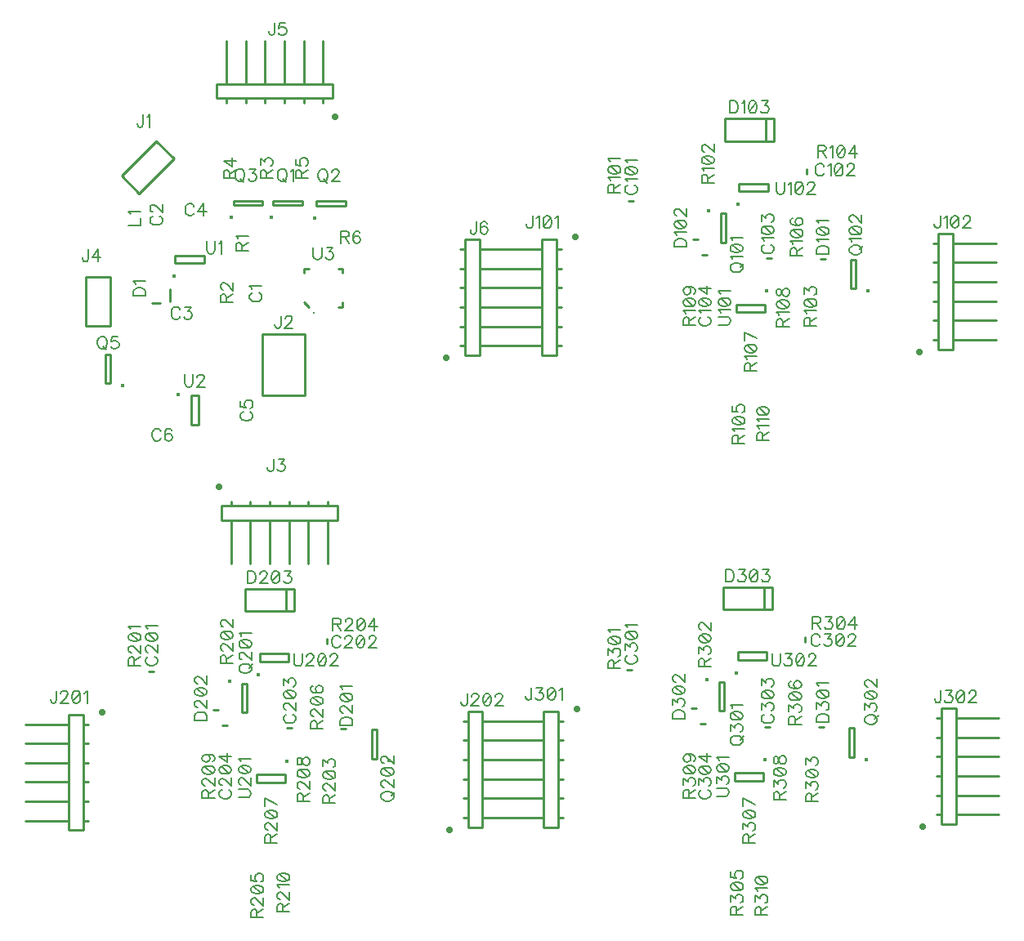
<source format=gto>
G04 DipTrace 2.4.0.2*
%INTopSilk.gto*%
%MOMM*%
%ADD10C,0.25*%
%ADD20C,0.7*%
%ADD35O,0.391X0.392*%
%ADD89C,0.196*%
%FSLAX53Y53*%
G04*
G71*
G90*
G75*
G01*
%LNTopSilk*%
%LPD*%
X14350Y74130D2*
D10*
Y75429D1*
X61813Y84535D2*
X62313D1*
X80233Y87889D2*
Y87389D1*
X76117Y78646D2*
X76617D1*
X69449Y78963D2*
X69948D1*
X12134Y35779D2*
X12634D1*
X30569Y39148D2*
Y38648D1*
X26438Y29919D2*
X26938D1*
X19770Y30237D2*
X20269D1*
X13260Y73929D2*
X12460D1*
X81674Y78545D2*
X82174D1*
X68996Y80539D2*
X68496D1*
X76885Y93076D2*
Y90776D1*
X71781D1*
X76037Y93076D2*
Y90776D1*
X71781Y93076D2*
Y90776D1*
X76885Y93076D2*
X71781D1*
X31995Y29819D2*
X32495D1*
X19317Y31783D2*
X18817D1*
X27191Y44335D2*
Y42035D1*
X22087D1*
X26343Y44335D2*
Y42035D1*
X22087Y44335D2*
Y42035D1*
X27191Y44335D2*
X22087D1*
X9316Y87154D2*
X12909Y90746D1*
X14705Y88950D1*
X11112Y85357D1*
X9316Y87154D1*
X28302Y70787D2*
X23902D1*
Y64387D1*
X28302D1*
Y70787D1*
X19639Y52933D2*
X31640D1*
Y51433D1*
X19639D1*
Y52933D1*
X20640Y53434D2*
Y52933D1*
Y51433D2*
Y46983D1*
X22639Y53434D2*
Y52933D1*
Y51433D2*
Y46983D1*
X24639Y53434D2*
Y52933D1*
Y51433D2*
Y46983D1*
X26640Y53434D2*
Y52933D1*
Y51433D2*
Y46983D1*
X28640Y53434D2*
Y52933D1*
Y51433D2*
Y46983D1*
X30639Y53434D2*
Y52933D1*
Y51433D2*
Y46983D1*
D20*
X19390Y54883D3*
X5556Y71596D2*
D10*
X8096D1*
Y76677D1*
X5556D1*
Y71596D1*
X31166Y95196D2*
X19166D1*
Y96696D1*
X31166D1*
Y95196D1*
X30165Y94696D2*
Y95196D1*
Y96696D2*
Y101146D1*
X28166Y94696D2*
Y95196D1*
Y96696D2*
Y101146D1*
X26166Y94696D2*
Y95196D1*
Y96696D2*
Y101146D1*
X24165Y94696D2*
Y95196D1*
Y96696D2*
Y101146D1*
X22166Y94696D2*
Y95196D1*
Y96696D2*
Y101146D1*
X20166Y94696D2*
Y95196D1*
Y96696D2*
Y101146D1*
D20*
X31415Y93246D3*
X93926Y69175D2*
D10*
X95426D1*
Y81175D1*
X93926D1*
Y69175D1*
X93426Y70175D2*
X93926D1*
X95426D2*
X99876D1*
X93426Y72175D2*
X93926D1*
X95426D2*
X99876D1*
X93426Y74174D2*
X93926D1*
X95426D2*
X99876D1*
X93426Y76175D2*
X93926D1*
X95426D2*
X99876D1*
X93426Y78175D2*
X93926D1*
X95426D2*
X99876D1*
X93426Y80174D2*
X93926D1*
X95426D2*
X99876D1*
D20*
X91976Y68925D3*
X5303Y31325D2*
D10*
X3803D1*
Y19324D1*
X5303D1*
Y31325D1*
X5804Y30324D2*
X5303D1*
X3803D2*
X-647D1*
X5804Y28325D2*
X5303D1*
X3803D2*
X-647D1*
X5804Y26325D2*
X5303D1*
X3803D2*
X-647D1*
X5804Y24324D2*
X5303D1*
X3803D2*
X-647D1*
X5804Y22324D2*
X5303D1*
X3803D2*
X-647D1*
X5804Y20325D2*
X5303D1*
X3803D2*
X-647D1*
D20*
X7253Y31574D3*
X45185Y19639D2*
D10*
X46685D1*
Y31640D1*
X45185D1*
Y19639D1*
X44684Y20640D2*
X45185D1*
X46685D2*
X51135D1*
X44684Y22639D2*
X45185D1*
X46685D2*
X51135D1*
X44684Y24639D2*
X45185D1*
X46685D2*
X51135D1*
X44684Y26640D2*
X45185D1*
X46685D2*
X51135D1*
X44684Y28640D2*
X45185D1*
X46685D2*
X51135D1*
X44684Y30639D2*
X45185D1*
X46685D2*
X51135D1*
D20*
X43235Y19390D3*
X54521Y31642D2*
D10*
X53021D1*
Y19642D1*
X54521D1*
Y31642D1*
X55021Y30642D2*
X54521D1*
X53021D2*
X48571D1*
X55021Y28642D2*
X54521D1*
X53021D2*
X48571D1*
X55021Y26643D2*
X54521D1*
X53021D2*
X48571D1*
X55021Y24642D2*
X54521D1*
X53021D2*
X48571D1*
X55021Y22642D2*
X54521D1*
X53021D2*
X48571D1*
X55021Y20642D2*
X54521D1*
X53021D2*
X48571D1*
D20*
X56471Y31892D3*
D35*
X20650Y82820D3*
X20884Y84094D2*
D10*
X23883D1*
Y84594D1*
X20884D1*
Y84094D1*
D35*
X14717Y76738D3*
X14850Y78112D2*
D10*
X17850D1*
X14850Y78911D2*
X17850D1*
Y78112D2*
Y78911D1*
X14850Y78112D2*
Y78911D1*
D35*
X15137Y64508D3*
X16510Y64374D2*
D10*
Y61374D1*
X17310Y64374D2*
Y61374D1*
X16510D2*
X17310D1*
X16510Y64374D2*
X17310D1*
X28713Y73567D2*
X28213Y74067D1*
X32213Y73567D2*
Y74067D1*
Y73567D2*
X31713D1*
X32213Y77067D2*
Y77568D1*
X31713D1*
X28213D2*
X28713D1*
X28213D2*
Y77067D1*
X29208Y72982D3*
D35*
X76098Y75201D3*
X75964Y73828D2*
D10*
X72964D1*
X75964Y73028D2*
X72964D1*
Y73828D2*
Y73028D1*
X75964Y73828D2*
Y73028D1*
D35*
X73143Y84200D3*
X73277Y85574D2*
D10*
X76276D1*
X73277Y86373D2*
X76276D1*
Y85574D2*
Y86373D1*
X73277Y85574D2*
Y86373D1*
D35*
X26399Y26461D3*
X26265Y25088D2*
D10*
X23265D1*
X26265Y24288D2*
X23265D1*
Y25088D2*
Y24288D1*
X26265Y25088D2*
Y24288D1*
D35*
X23449Y35459D3*
X23583Y36832D2*
D10*
X26583D1*
X23583Y37632D2*
X26583D1*
Y36832D2*
Y37632D1*
X23583Y36832D2*
Y37632D1*
X61669Y35937D2*
X62169D1*
X80075Y39307D2*
Y38807D1*
X75958Y30063D2*
X76458D1*
X69290Y30381D2*
X69790D1*
X81515Y29993D2*
X82015D1*
X68837Y31957D2*
X68337D1*
X76727Y44493D2*
Y42193D1*
X71623D1*
X75879Y44493D2*
Y42193D1*
X71623Y44493D2*
Y42193D1*
X76727Y44493D2*
X71623D1*
X94243Y19957D2*
X95743D1*
Y31957D1*
X94243D1*
Y19957D1*
X93743Y20957D2*
X94243D1*
X95743D2*
X100193D1*
X93743Y22957D2*
X94243D1*
X95743D2*
X100193D1*
X93743Y24957D2*
X94243D1*
X95743D2*
X100193D1*
X93743Y26958D2*
X94243D1*
X95743D2*
X100193D1*
X93743Y28957D2*
X94243D1*
X95743D2*
X100193D1*
X93743Y30957D2*
X94243D1*
X95743D2*
X100193D1*
D20*
X92294Y19707D3*
D35*
X75939Y26619D3*
X75805Y25246D2*
D10*
X72805D1*
X75805Y24446D2*
X72805D1*
Y25246D2*
Y24446D1*
X75805Y25246D2*
Y24446D1*
D35*
X72984Y35618D3*
X73118Y36991D2*
D10*
X76118D1*
X73118Y37790D2*
X76118D1*
Y36991D2*
Y37790D1*
X73118Y36991D2*
Y37790D1*
X54362Y80542D2*
X52862D1*
Y68542D1*
X54362D1*
Y80542D1*
X54862Y79542D2*
X54362D1*
X52862D2*
X48412D1*
X54862Y77542D2*
X54362D1*
X52862D2*
X48412D1*
X54862Y75543D2*
X54362D1*
X52862D2*
X48412D1*
X54862Y73542D2*
X54362D1*
X52862D2*
X48412D1*
X54862Y71542D2*
X54362D1*
X52862D2*
X48412D1*
X54862Y69543D2*
X54362D1*
X52862D2*
X48412D1*
D20*
X56312Y80792D3*
D35*
X86584Y75266D3*
X85310Y75499D2*
D10*
Y78499D1*
X84810D1*
Y75499D1*
X85310D1*
D35*
X70119Y83501D3*
X71392Y83267D2*
D10*
Y80267D1*
X71892D1*
Y83267D1*
X71392D1*
D35*
X36967Y26530D3*
X35694Y26763D2*
D10*
Y29763D1*
X35194D1*
Y26763D1*
X35694D1*
D35*
X20506Y34754D3*
X21780Y34521D2*
D10*
Y31521D1*
X22280D1*
Y34521D1*
X21780D1*
D35*
X86425Y26683D3*
X85152Y26917D2*
D10*
Y29917D1*
X84652D1*
Y26917D1*
X85152D1*
D35*
X69960Y34918D3*
X71234Y34685D2*
D10*
Y31685D1*
X71734D1*
Y34685D1*
X71234D1*
D35*
X9423Y65422D3*
X8150Y65656D2*
D10*
Y68656D1*
X7650D1*
Y65656D1*
X8150D1*
D35*
X24778Y82820D3*
X25012Y84094D2*
D10*
X28011D1*
Y84594D1*
X25012D1*
Y84094D1*
D35*
X29265Y82784D3*
X29498Y84058D2*
D10*
X32498D1*
Y84558D1*
X29498D1*
Y84058D1*
X44867Y68540D2*
X46367D1*
Y80540D1*
X44867D1*
Y68540D1*
X44367Y69540D2*
X44867D1*
X46367D2*
X50817D1*
X44367Y71540D2*
X44867D1*
X46367D2*
X50817D1*
X44367Y73539D2*
X44867D1*
X46367D2*
X50817D1*
X44367Y75540D2*
X44867D1*
X46367D2*
X50817D1*
X44367Y77540D2*
X44867D1*
X46367D2*
X50817D1*
X44367Y79539D2*
X44867D1*
X46367D2*
X50817D1*
D20*
X42917Y68290D3*
X22861Y75030D2*
D89*
X22740Y74970D1*
X22618Y74848D1*
X22558Y74727D1*
Y74484D1*
X22618Y74362D1*
X22740Y74241D1*
X22861Y74179D1*
X23043Y74119D1*
X23348D1*
X23529Y74179D1*
X23651Y74241D1*
X23772Y74362D1*
X23834Y74484D1*
Y74727D1*
X23772Y74848D1*
X23651Y74970D1*
X23529Y75030D1*
X22802Y75422D2*
X22740Y75544D1*
X22559Y75727D1*
X23834D1*
X12550Y82972D2*
X12429Y82911D1*
X12307Y82789D1*
X12247Y82668D1*
Y82426D1*
X12307Y82303D1*
X12429Y82183D1*
X12550Y82121D1*
X12732Y82061D1*
X13037D1*
X13218Y82121D1*
X13340Y82183D1*
X13461Y82303D1*
X13523Y82426D1*
Y82668D1*
X13461Y82789D1*
X13340Y82911D1*
X13218Y82972D1*
X12551Y83426D2*
X12491D1*
X12369Y83486D1*
X12308Y83546D1*
X12248Y83668D1*
Y83911D1*
X12308Y84032D1*
X12369Y84092D1*
X12491Y84154D1*
X12612D1*
X12734Y84092D1*
X12915Y83972D1*
X13523Y83364D1*
Y84215D1*
X15349Y73275D2*
X15289Y73396D1*
X15167Y73518D1*
X15046Y73579D1*
X14803D1*
X14681Y73518D1*
X14560Y73396D1*
X14498Y73275D1*
X14438Y73093D1*
Y72788D1*
X14498Y72607D1*
X14560Y72485D1*
X14681Y72364D1*
X14803Y72302D1*
X15046D1*
X15167Y72364D1*
X15289Y72485D1*
X15349Y72607D1*
X15863Y73577D2*
X16530D1*
X16167Y73091D1*
X16349D1*
X16470Y73031D1*
X16530Y72971D1*
X16592Y72788D1*
Y72667D1*
X16530Y72485D1*
X16410Y72363D1*
X16227Y72302D1*
X16045D1*
X15863Y72363D1*
X15803Y72425D1*
X15741Y72545D1*
X16807Y83989D2*
X16747Y84110D1*
X16624Y84232D1*
X16504Y84292D1*
X16261D1*
X16139Y84232D1*
X16018Y84110D1*
X15956Y83989D1*
X15896Y83807D1*
Y83502D1*
X15956Y83321D1*
X16018Y83199D1*
X16139Y83078D1*
X16261Y83016D1*
X16504D1*
X16624Y83078D1*
X16747Y83199D1*
X16807Y83321D1*
X17807Y83016D2*
Y84291D1*
X17199Y83442D1*
X18110D1*
X21908Y62691D2*
X21788Y62630D1*
X21666Y62508D1*
X21605Y62388D1*
Y62145D1*
X21665Y62023D1*
X21788Y61902D1*
X21908Y61840D1*
X22091Y61780D1*
X22395D1*
X22577Y61840D1*
X22699Y61902D1*
X22819Y62023D1*
X22881Y62145D1*
Y62388D1*
X22819Y62508D1*
X22699Y62630D1*
X22577Y62691D1*
X21607Y63812D2*
Y63205D1*
X22153Y63145D1*
X22092Y63205D1*
X22031Y63388D1*
Y63569D1*
X22092Y63751D1*
X22213Y63873D1*
X22396Y63934D1*
X22516D1*
X22699Y63873D1*
X22821Y63751D1*
X22881Y63569D1*
Y63388D1*
X22821Y63205D1*
X22759Y63145D1*
X22638Y63083D1*
X13375Y60650D2*
X13315Y60771D1*
X13193Y60893D1*
X13072Y60954D1*
X12829D1*
X12707Y60893D1*
X12586Y60771D1*
X12524Y60650D1*
X12464Y60468D1*
Y60163D1*
X12524Y59982D1*
X12586Y59860D1*
X12707Y59739D1*
X12829Y59677D1*
X13072D1*
X13193Y59739D1*
X13315Y59860D1*
X13375Y59982D1*
X14496Y60771D2*
X14435Y60892D1*
X14253Y60952D1*
X14132D1*
X13950Y60892D1*
X13828Y60709D1*
X13767Y60406D1*
Y60103D1*
X13828Y59860D1*
X13950Y59738D1*
X14132Y59677D1*
X14193D1*
X14374Y59738D1*
X14496Y59860D1*
X14556Y60042D1*
Y60103D1*
X14496Y60285D1*
X14374Y60406D1*
X14193Y60466D1*
X14132D1*
X13950Y60406D1*
X13828Y60285D1*
X13767Y60103D1*
X61744Y86183D2*
X61623Y86122D1*
X61501Y86000D1*
X61441Y85879D1*
Y85637D1*
X61501Y85514D1*
X61623Y85394D1*
X61744Y85332D1*
X61926Y85272D1*
X62231D1*
X62412Y85332D1*
X62534Y85394D1*
X62655Y85514D1*
X62717Y85637D1*
Y85879D1*
X62655Y86000D1*
X62534Y86122D1*
X62412Y86183D1*
X61685Y86575D2*
X61623Y86697D1*
X61442Y86879D1*
X62717D1*
X61442Y87637D2*
X61502Y87454D1*
X61685Y87332D1*
X61988Y87272D1*
X62171D1*
X62474Y87332D1*
X62656Y87454D1*
X62717Y87637D1*
Y87757D1*
X62656Y87940D1*
X62474Y88061D1*
X62171Y88122D1*
X61988D1*
X61685Y88061D1*
X61502Y87940D1*
X61442Y87757D1*
Y87637D1*
X61685Y88061D2*
X62474Y87332D1*
X61685Y88514D2*
X61623Y88637D1*
X61442Y88819D1*
X62717D1*
X82084Y88117D2*
X82024Y88238D1*
X81902Y88360D1*
X81781Y88420D1*
X81538D1*
X81416Y88360D1*
X81295Y88238D1*
X81234Y88117D1*
X81173Y87934D1*
Y87630D1*
X81234Y87449D1*
X81295Y87327D1*
X81416Y87206D1*
X81538Y87144D1*
X81781D1*
X81902Y87206D1*
X82024Y87327D1*
X82084Y87449D1*
X82476Y88176D2*
X82599Y88238D1*
X82781Y88419D1*
Y87144D1*
X83538Y88419D2*
X83356Y88358D1*
X83234Y88176D1*
X83173Y87873D1*
Y87690D1*
X83234Y87387D1*
X83356Y87204D1*
X83538Y87144D1*
X83659D1*
X83841Y87204D1*
X83962Y87387D1*
X84024Y87690D1*
Y87873D1*
X83962Y88176D1*
X83841Y88358D1*
X83659Y88419D1*
X83538D1*
X83962Y88176D2*
X83234Y87387D1*
X84478Y88116D2*
Y88176D1*
X84538Y88298D1*
X84599Y88358D1*
X84721Y88419D1*
X84964D1*
X85084Y88358D1*
X85145Y88298D1*
X85206Y88176D1*
Y88055D1*
X85145Y87933D1*
X85024Y87752D1*
X84416Y87144D1*
X85267D1*
X75889Y80020D2*
X75768Y79960D1*
X75646Y79838D1*
X75586Y79717D1*
Y79474D1*
X75646Y79352D1*
X75768Y79231D1*
X75889Y79170D1*
X76072Y79109D1*
X76376D1*
X76557Y79170D1*
X76679Y79231D1*
X76800Y79352D1*
X76862Y79474D1*
Y79717D1*
X76800Y79838D1*
X76679Y79960D1*
X76557Y80020D1*
X75830Y80412D2*
X75768Y80535D1*
X75587Y80717D1*
X76862D1*
X75587Y81474D2*
X75648Y81292D1*
X75830Y81170D1*
X76133Y81109D1*
X76316D1*
X76619Y81170D1*
X76802Y81292D1*
X76862Y81474D1*
Y81595D1*
X76802Y81777D1*
X76619Y81898D1*
X76316Y81960D1*
X76133D1*
X75830Y81898D1*
X75648Y81777D1*
X75587Y81595D1*
Y81474D1*
X75830Y81898D2*
X76619Y81170D1*
X75587Y82474D2*
Y83141D1*
X76073Y82777D1*
Y82960D1*
X76133Y83081D1*
X76194Y83141D1*
X76376Y83203D1*
X76497D1*
X76679Y83141D1*
X76802Y83020D1*
X76862Y82838D1*
Y82655D1*
X76802Y82474D1*
X76740Y82414D1*
X76619Y82352D1*
X69380Y72528D2*
X69259Y72468D1*
X69137Y72346D1*
X69076Y72225D1*
Y71982D1*
X69137Y71860D1*
X69259Y71739D1*
X69380Y71677D1*
X69562Y71617D1*
X69867D1*
X70048Y71677D1*
X70170Y71739D1*
X70291Y71860D1*
X70352Y71982D1*
Y72225D1*
X70291Y72346D1*
X70170Y72468D1*
X70048Y72528D1*
X69321Y72920D2*
X69259Y73042D1*
X69078Y73225D1*
X70352D1*
X69078Y73982D2*
X69138Y73800D1*
X69321Y73677D1*
X69624Y73617D1*
X69806D1*
X70110Y73677D1*
X70292Y73800D1*
X70352Y73982D1*
Y74103D1*
X70292Y74285D1*
X70110Y74406D1*
X69806Y74468D1*
X69624D1*
X69321Y74406D1*
X69138Y74285D1*
X69078Y74103D1*
Y73982D1*
X69321Y74406D2*
X70110Y73677D1*
X70352Y75468D2*
X69078D1*
X69927Y74860D1*
Y75771D1*
X12065Y37312D2*
X11944Y37252D1*
X11822Y37130D1*
X11762Y37009D1*
Y36766D1*
X11822Y36644D1*
X11944Y36523D1*
X12065Y36461D1*
X12247Y36401D1*
X12552D1*
X12733Y36461D1*
X12855Y36523D1*
X12976Y36644D1*
X13038Y36766D1*
Y37009D1*
X12976Y37130D1*
X12855Y37252D1*
X12733Y37312D1*
X12066Y37766D2*
X12006D1*
X11884Y37826D1*
X11823Y37887D1*
X11763Y38009D1*
Y38252D1*
X11823Y38372D1*
X11884Y38433D1*
X12006Y38495D1*
X12127D1*
X12249Y38433D1*
X12430Y38312D1*
X13038Y37704D1*
Y38555D1*
X11763Y39312D2*
X11823Y39130D1*
X12006Y39007D1*
X12309Y38947D1*
X12492D1*
X12795Y39007D1*
X12977Y39130D1*
X13038Y39312D1*
Y39433D1*
X12977Y39615D1*
X12795Y39736D1*
X12492Y39798D1*
X12309D1*
X12006Y39736D1*
X11823Y39615D1*
X11763Y39433D1*
Y39312D1*
X12006Y39736D2*
X12795Y39007D1*
X12006Y40190D2*
X11944Y40312D1*
X11763Y40495D1*
X13038D1*
X31988Y39217D2*
X31928Y39338D1*
X31806Y39460D1*
X31685Y39520D1*
X31442D1*
X31320Y39460D1*
X31199Y39338D1*
X31138Y39217D1*
X31077Y39034D1*
Y38730D1*
X31138Y38549D1*
X31199Y38426D1*
X31320Y38306D1*
X31442Y38244D1*
X31685D1*
X31806Y38306D1*
X31928Y38426D1*
X31988Y38549D1*
X32442Y39215D2*
Y39276D1*
X32503Y39398D1*
X32563Y39458D1*
X32685Y39519D1*
X32928D1*
X33049Y39458D1*
X33109Y39398D1*
X33171Y39276D1*
Y39155D1*
X33109Y39033D1*
X32988Y38852D1*
X32381Y38244D1*
X33231D1*
X33988Y39519D2*
X33806Y39458D1*
X33684Y39276D1*
X33623Y38973D1*
Y38790D1*
X33684Y38487D1*
X33806Y38304D1*
X33988Y38244D1*
X34109D1*
X34292Y38304D1*
X34412Y38487D1*
X34474Y38790D1*
Y38973D1*
X34412Y39276D1*
X34292Y39458D1*
X34109Y39519D1*
X33988D1*
X34412Y39276D2*
X33684Y38487D1*
X34928Y39215D2*
Y39276D1*
X34988Y39398D1*
X35049Y39458D1*
X35171Y39519D1*
X35414D1*
X35535Y39458D1*
X35595Y39398D1*
X35657Y39276D1*
Y39155D1*
X35595Y39033D1*
X35474Y38852D1*
X34866Y38244D1*
X35717D1*
X26369Y31338D2*
X26248Y31278D1*
X26126Y31156D1*
X26066Y31035D1*
Y30792D1*
X26126Y30670D1*
X26248Y30549D1*
X26369Y30488D1*
X26551Y30427D1*
X26856D1*
X27037Y30488D1*
X27159Y30549D1*
X27280Y30670D1*
X27342Y30792D1*
Y31035D1*
X27280Y31156D1*
X27159Y31278D1*
X27037Y31338D1*
X26370Y31792D2*
X26310D1*
X26188Y31853D1*
X26127Y31913D1*
X26067Y32035D1*
Y32278D1*
X26127Y32399D1*
X26188Y32459D1*
X26310Y32521D1*
X26431D1*
X26553Y32459D1*
X26734Y32338D1*
X27342Y31731D1*
Y32581D1*
X26067Y33338D2*
X26127Y33156D1*
X26310Y33034D1*
X26613Y32973D1*
X26796D1*
X27099Y33034D1*
X27281Y33156D1*
X27342Y33338D1*
Y33459D1*
X27281Y33642D1*
X27099Y33762D1*
X26796Y33824D1*
X26613D1*
X26310Y33762D1*
X26127Y33642D1*
X26067Y33459D1*
Y33338D1*
X26310Y33762D2*
X27099Y33034D1*
X26067Y34338D2*
Y35005D1*
X26553Y34642D1*
Y34824D1*
X26613Y34945D1*
X26673Y35005D1*
X26856Y35067D1*
X26977D1*
X27159Y35005D1*
X27281Y34885D1*
X27342Y34702D1*
Y34520D1*
X27281Y34338D1*
X27219Y34278D1*
X27099Y34216D1*
X19701Y23529D2*
X19580Y23468D1*
X19458Y23346D1*
X19397Y23225D1*
Y22983D1*
X19458Y22860D1*
X19580Y22740D1*
X19701Y22678D1*
X19883Y22618D1*
X20188D1*
X20369Y22678D1*
X20491Y22740D1*
X20612Y22860D1*
X20673Y22983D1*
Y23225D1*
X20612Y23346D1*
X20491Y23468D1*
X20369Y23529D1*
X19702Y23983D2*
X19642D1*
X19519Y24043D1*
X19459Y24103D1*
X19399Y24225D1*
Y24468D1*
X19459Y24589D1*
X19519Y24649D1*
X19642Y24711D1*
X19762D1*
X19884Y24649D1*
X20066Y24529D1*
X20673Y23921D1*
Y24771D1*
X19399Y25529D2*
X19459Y25346D1*
X19642Y25224D1*
X19945Y25164D1*
X20127D1*
X20431Y25224D1*
X20613Y25346D1*
X20673Y25529D1*
Y25649D1*
X20613Y25832D1*
X20431Y25953D1*
X20127Y26014D1*
X19945D1*
X19642Y25953D1*
X19459Y25832D1*
X19399Y25649D1*
Y25529D1*
X19642Y25953D2*
X20431Y25224D1*
X20673Y27014D2*
X19399D1*
X20248Y26407D1*
Y27318D1*
X10500Y74705D2*
X11776D1*
Y75131D1*
X11715Y75313D1*
X11594Y75435D1*
X11472Y75496D1*
X11291Y75556D1*
X10986D1*
X10803Y75496D1*
X10683Y75435D1*
X10561Y75313D1*
X10500Y75131D1*
Y74705D1*
X10745Y75948D2*
X10683Y76070D1*
X10502Y76253D1*
X11776D1*
X81301Y79044D2*
X82577D1*
Y79470D1*
X82516Y79652D1*
X82395Y79774D1*
X82273Y79835D1*
X82092Y79895D1*
X81787D1*
X81605Y79835D1*
X81484Y79774D1*
X81362Y79652D1*
X81301Y79470D1*
Y79044D1*
X81546Y80287D2*
X81484Y80410D1*
X81303Y80592D1*
X82577D1*
X81303Y81349D2*
X81363Y81167D1*
X81546Y81045D1*
X81849Y80984D1*
X82031D1*
X82335Y81045D1*
X82517Y81167D1*
X82577Y81349D1*
Y81470D1*
X82517Y81652D1*
X82335Y81773D1*
X82031Y81835D1*
X81849D1*
X81546Y81773D1*
X81363Y81652D1*
X81303Y81470D1*
Y81349D1*
X81546Y81773D2*
X82335Y81045D1*
X81546Y82227D2*
X81484Y82349D1*
X81303Y82532D1*
X82577D1*
X66536Y79772D2*
X67812D1*
Y80198D1*
X67750Y80380D1*
X67630Y80502D1*
X67508Y80563D1*
X67326Y80623D1*
X67022D1*
X66839Y80563D1*
X66719Y80502D1*
X66596Y80380D1*
X66536Y80198D1*
Y79772D1*
X66780Y81015D2*
X66719Y81137D1*
X66538Y81320D1*
X67812D1*
X66538Y82077D2*
X66598Y81895D1*
X66780Y81772D1*
X67084Y81712D1*
X67266D1*
X67569Y81772D1*
X67752Y81895D1*
X67812Y82077D1*
Y82198D1*
X67752Y82380D1*
X67569Y82501D1*
X67266Y82563D1*
X67084D1*
X66780Y82501D1*
X66598Y82380D1*
X66538Y82198D1*
Y82077D1*
X66780Y82501D2*
X67569Y81772D1*
X66841Y83017D2*
X66780D1*
X66658Y83077D1*
X66598Y83137D1*
X66538Y83260D1*
Y83502D1*
X66598Y83623D1*
X66658Y83683D1*
X66780Y83745D1*
X66901D1*
X67023Y83683D1*
X67204Y83563D1*
X67812Y82955D1*
Y83806D1*
X72317Y94936D2*
Y93660D1*
X72742D1*
X72925Y93721D1*
X73047Y93842D1*
X73107Y93964D1*
X73167Y94145D1*
Y94450D1*
X73107Y94633D1*
X73047Y94753D1*
X72925Y94875D1*
X72742Y94936D1*
X72317D1*
X73560Y94691D2*
X73682Y94753D1*
X73864Y94934D1*
Y93660D1*
X74621Y94934D2*
X74439Y94874D1*
X74317Y94691D1*
X74256Y94388D1*
Y94206D1*
X74317Y93903D1*
X74439Y93720D1*
X74621Y93660D1*
X74742D1*
X74925Y93720D1*
X75045Y93903D1*
X75107Y94206D1*
Y94388D1*
X75045Y94691D1*
X74925Y94874D1*
X74742Y94934D1*
X74621D1*
X75045Y94691D2*
X74317Y93903D1*
X75621Y94934D2*
X76288D1*
X75925Y94449D1*
X76107D1*
X76228Y94388D1*
X76288Y94328D1*
X76350Y94145D1*
Y94025D1*
X76288Y93842D1*
X76167Y93720D1*
X75985Y93660D1*
X75802D1*
X75621Y93720D1*
X75561Y93782D1*
X75499Y93903D1*
X31940Y30204D2*
X33216D1*
Y30630D1*
X33155Y30812D1*
X33034Y30934D1*
X32912Y30995D1*
X32731Y31055D1*
X32426D1*
X32244Y30995D1*
X32123Y30934D1*
X32001Y30812D1*
X31940Y30630D1*
Y30204D1*
X32245Y31509D2*
X32185D1*
X32062Y31569D1*
X32002Y31630D1*
X31942Y31752D1*
Y31995D1*
X32002Y32115D1*
X32062Y32176D1*
X32185Y32237D1*
X32305D1*
X32427Y32176D1*
X32609Y32055D1*
X33216Y31447D1*
Y32298D1*
X31942Y33055D2*
X32002Y32872D1*
X32185Y32750D1*
X32488Y32690D1*
X32670D1*
X32974Y32750D1*
X33156Y32872D1*
X33216Y33055D1*
Y33176D1*
X33156Y33358D1*
X32974Y33479D1*
X32670Y33541D1*
X32488D1*
X32185Y33479D1*
X32002Y33358D1*
X31942Y33176D1*
Y33055D1*
X32185Y33479D2*
X32974Y32750D1*
X32185Y33933D2*
X32123Y34055D1*
X31942Y34237D1*
X33216D1*
X16857Y30743D2*
X18134D1*
Y31168D1*
X18072Y31350D1*
X17951Y31473D1*
X17829Y31533D1*
X17648Y31593D1*
X17343D1*
X17161Y31533D1*
X17040Y31473D1*
X16918Y31350D1*
X16857Y31168D1*
Y30743D1*
X17162Y32047D2*
X17102D1*
X16980Y32108D1*
X16919Y32168D1*
X16859Y32290D1*
Y32533D1*
X16919Y32654D1*
X16980Y32714D1*
X17102Y32776D1*
X17222D1*
X17345Y32714D1*
X17526Y32593D1*
X18134Y31985D1*
Y32836D1*
X16859Y33593D2*
X16919Y33411D1*
X17102Y33289D1*
X17405Y33228D1*
X17587D1*
X17891Y33289D1*
X18073Y33411D1*
X18134Y33593D1*
Y33714D1*
X18073Y33897D1*
X17891Y34017D1*
X17587Y34079D1*
X17405D1*
X17102Y34017D1*
X16919Y33897D1*
X16859Y33714D1*
Y33593D1*
X17102Y34017D2*
X17891Y33289D1*
X17162Y34533D2*
X17102D1*
X16980Y34593D1*
X16919Y34654D1*
X16859Y34776D1*
Y35019D1*
X16919Y35139D1*
X16980Y35200D1*
X17102Y35262D1*
X17222D1*
X17345Y35200D1*
X17526Y35079D1*
X18134Y34471D1*
Y35322D1*
X22350Y46194D2*
Y44918D1*
X22775D1*
X22958Y44980D1*
X23080Y45101D1*
X23140Y45223D1*
X23200Y45404D1*
Y45709D1*
X23140Y45891D1*
X23080Y46012D1*
X22958Y46134D1*
X22775Y46194D1*
X22350D1*
X23654Y45890D2*
Y45950D1*
X23715Y46072D1*
X23775Y46133D1*
X23897Y46193D1*
X24140D1*
X24261Y46133D1*
X24321Y46072D1*
X24383Y45950D1*
Y45829D1*
X24321Y45707D1*
X24200Y45526D1*
X23593Y44918D1*
X24443D1*
X25200Y46193D2*
X25018Y46133D1*
X24896Y45950D1*
X24835Y45647D1*
Y45464D1*
X24896Y45161D1*
X25018Y44979D1*
X25200Y44918D1*
X25321D1*
X25504Y44979D1*
X25624Y45161D1*
X25686Y45464D1*
Y45647D1*
X25624Y45950D1*
X25504Y46133D1*
X25321Y46193D1*
X25200D1*
X25624Y45950D2*
X24896Y45161D1*
X26200Y46193D2*
X26867D1*
X26504Y45707D1*
X26686D1*
X26807Y45647D1*
X26867Y45587D1*
X26929Y45404D1*
Y45283D1*
X26867Y45101D1*
X26747Y44979D1*
X26564Y44918D1*
X26382D1*
X26200Y44979D1*
X26140Y45040D1*
X26078Y45161D1*
X11517Y93490D2*
Y92518D1*
X11457Y92336D1*
X11395Y92275D1*
X11274Y92214D1*
X11152D1*
X11031Y92275D1*
X10971Y92336D1*
X10909Y92518D1*
Y92639D1*
X11909Y93245D2*
X12031Y93307D1*
X12214Y93488D1*
Y92214D1*
X25784Y72647D2*
Y71676D1*
X25724Y71493D1*
X25662Y71433D1*
X25541Y71371D1*
X25419D1*
X25298Y71433D1*
X25238Y71493D1*
X25176Y71676D1*
Y71796D1*
X26238Y72342D2*
Y72403D1*
X26298Y72525D1*
X26359Y72585D1*
X26481Y72646D1*
X26724D1*
X26845Y72585D1*
X26905Y72525D1*
X26967Y72403D1*
Y72282D1*
X26905Y72160D1*
X26784Y71979D1*
X26176Y71371D1*
X27027D1*
X25022Y57793D2*
Y56822D1*
X24962Y56639D1*
X24900Y56579D1*
X24779Y56517D1*
X24657D1*
X24536Y56579D1*
X24476Y56639D1*
X24414Y56822D1*
Y56942D1*
X25536Y57792D2*
X26203D1*
X25840Y57306D1*
X26022D1*
X26143Y57246D1*
X26203Y57185D1*
X26265Y57003D1*
Y56882D1*
X26203Y56700D1*
X26083Y56577D1*
X25900Y56517D1*
X25718D1*
X25536Y56577D1*
X25476Y56639D1*
X25414Y56760D1*
X5844Y79536D2*
Y78565D1*
X5783Y78382D1*
X5721Y78322D1*
X5601Y78260D1*
X5479D1*
X5358Y78322D1*
X5297Y78382D1*
X5236Y78565D1*
Y78685D1*
X6844Y78260D2*
Y79535D1*
X6236Y78685D1*
X7147D1*
X25148Y103006D2*
Y102034D1*
X25088Y101852D1*
X25026Y101792D1*
X24905Y101730D1*
X24783D1*
X24662Y101792D1*
X24602Y101852D1*
X24540Y102034D1*
Y102155D1*
X26269Y103004D2*
X25662D1*
X25602Y102458D1*
X25662Y102519D1*
X25845Y102581D1*
X26026D1*
X26209Y102519D1*
X26331Y102398D1*
X26391Y102216D1*
Y102095D1*
X26331Y101912D1*
X26209Y101790D1*
X26026Y101730D1*
X25845D1*
X25662Y101790D1*
X25602Y101852D1*
X25540Y101973D1*
X94114Y83035D2*
Y82063D1*
X94053Y81881D1*
X93991Y81820D1*
X93871Y81759D1*
X93749D1*
X93628Y81820D1*
X93567Y81881D1*
X93506Y82063D1*
Y82184D1*
X94506Y82790D2*
X94628Y82852D1*
X94810Y83033D1*
Y81759D1*
X95567Y83033D2*
X95385Y82973D1*
X95263Y82790D1*
X95202Y82487D1*
Y82305D1*
X95263Y82002D1*
X95385Y81819D1*
X95567Y81759D1*
X95688D1*
X95871Y81819D1*
X95991Y82002D1*
X96053Y82305D1*
Y82487D1*
X95991Y82790D1*
X95871Y82973D1*
X95688Y83033D1*
X95567D1*
X95991Y82790D2*
X95263Y82002D1*
X96507Y82730D2*
Y82790D1*
X96568Y82913D1*
X96628Y82973D1*
X96750Y83033D1*
X96993D1*
X97114Y82973D1*
X97174Y82913D1*
X97236Y82790D1*
Y82670D1*
X97174Y82548D1*
X97053Y82367D1*
X96445Y81759D1*
X97296D1*
X2541Y33784D2*
Y32813D1*
X2481Y32630D1*
X2419Y32570D1*
X2298Y32508D1*
X2176D1*
X2055Y32570D1*
X1995Y32630D1*
X1933Y32813D1*
Y32934D1*
X2995Y33480D2*
Y33540D1*
X3055Y33662D1*
X3116Y33723D1*
X3238Y33783D1*
X3481D1*
X3601Y33723D1*
X3662Y33662D1*
X3723Y33540D1*
Y33419D1*
X3662Y33297D1*
X3541Y33116D1*
X2933Y32508D1*
X3784D1*
X4541Y33783D2*
X4358Y33723D1*
X4236Y33540D1*
X4176Y33237D1*
Y33054D1*
X4236Y32751D1*
X4358Y32569D1*
X4541Y32508D1*
X4662D1*
X4844Y32569D1*
X4965Y32751D1*
X5027Y33054D1*
Y33237D1*
X4965Y33540D1*
X4844Y33723D1*
X4662Y33783D1*
X4541D1*
X4965Y33540D2*
X4236Y32751D1*
X5419Y33540D2*
X5541Y33602D1*
X5723Y33783D1*
Y32508D1*
X45099Y33500D2*
Y32528D1*
X45039Y32346D1*
X44977Y32285D1*
X44856Y32223D1*
X44734D1*
X44613Y32285D1*
X44553Y32346D1*
X44491Y32528D1*
Y32649D1*
X45553Y33195D2*
Y33255D1*
X45613Y33377D1*
X45674Y33438D1*
X45796Y33498D1*
X46039D1*
X46160Y33438D1*
X46220Y33377D1*
X46282Y33255D1*
Y33135D1*
X46220Y33012D1*
X46099Y32831D1*
X45491Y32223D1*
X46342D1*
X47099Y33498D2*
X46917Y33438D1*
X46795Y33255D1*
X46734Y32952D1*
Y32770D1*
X46795Y32466D1*
X46917Y32284D1*
X47099Y32223D1*
X47220D1*
X47402Y32284D1*
X47523Y32466D1*
X47585Y32770D1*
Y32952D1*
X47523Y33255D1*
X47402Y33438D1*
X47220Y33498D1*
X47099D1*
X47523Y33255D2*
X46795Y32466D1*
X48039Y33195D2*
Y33255D1*
X48099Y33377D1*
X48160Y33438D1*
X48282Y33498D1*
X48525D1*
X48645Y33438D1*
X48706Y33377D1*
X48767Y33255D1*
Y33135D1*
X48706Y33012D1*
X48585Y32831D1*
X47977Y32223D1*
X48828D1*
X51759Y34102D2*
Y33130D1*
X51698Y32948D1*
X51636Y32888D1*
X51516Y32826D1*
X51394D1*
X51273Y32888D1*
X51212Y32948D1*
X51151Y33130D1*
Y33251D1*
X52273Y34100D2*
X52940D1*
X52576Y33615D1*
X52759D1*
X52879Y33554D1*
X52940Y33494D1*
X53001Y33311D1*
Y33191D1*
X52940Y33008D1*
X52819Y32886D1*
X52636Y32826D1*
X52454D1*
X52273Y32886D1*
X52213Y32948D1*
X52151Y33069D1*
X53759Y34100D2*
X53576Y34040D1*
X53454Y33858D1*
X53394Y33554D1*
Y33372D1*
X53454Y33069D1*
X53576Y32886D1*
X53759Y32826D1*
X53879D1*
X54062Y32886D1*
X54183Y33069D1*
X54244Y33372D1*
Y33554D1*
X54183Y33858D1*
X54062Y34040D1*
X53879Y34100D1*
X53759D1*
X54183Y33858D2*
X53454Y33069D1*
X54637Y33858D2*
X54759Y33919D1*
X54941Y34100D1*
Y32826D1*
X21426Y87879D2*
X21305Y87820D1*
X21183Y87698D1*
X21123Y87575D1*
X21061Y87393D1*
Y87090D1*
X21123Y86907D1*
X21183Y86786D1*
X21305Y86664D1*
X21426Y86604D1*
X21669D1*
X21791Y86664D1*
X21912Y86786D1*
X21972Y86907D1*
X22034Y87090D1*
Y87393D1*
X21972Y87575D1*
X21912Y87698D1*
X21791Y87820D1*
X21669Y87879D1*
X21426D1*
X21609Y86847D2*
X21972Y86482D1*
X22548Y87877D2*
X23215D1*
X22851Y87391D1*
X23034D1*
X23155Y87331D1*
X23215Y87271D1*
X23277Y87088D1*
Y86968D1*
X23215Y86785D1*
X23094Y86663D1*
X22912Y86603D1*
X22729D1*
X22548Y86663D1*
X22488Y86725D1*
X22426Y86845D1*
X21737Y79388D2*
Y79935D1*
X21675Y80117D1*
X21615Y80179D1*
X21494Y80239D1*
X21372D1*
X21251Y80179D1*
X21189Y80117D1*
X21129Y79935D1*
Y79388D1*
X22405D1*
X21737Y79814D2*
X22405Y80239D1*
X21373Y80631D2*
X21311Y80753D1*
X21130Y80936D1*
X22405D1*
X20149Y74035D2*
Y74581D1*
X20087Y74763D1*
X20027Y74825D1*
X19906Y74886D1*
X19784D1*
X19663Y74825D1*
X19602Y74763D1*
X19541Y74581D1*
Y74035D1*
X20817D1*
X20149Y74460D2*
X20817Y74886D1*
X19846Y75340D2*
X19785D1*
X19663Y75400D1*
X19603Y75460D1*
X19543Y75582D1*
Y75825D1*
X19603Y75946D1*
X19663Y76006D1*
X19785Y76068D1*
X19906D1*
X20028Y76006D1*
X20209Y75886D1*
X20817Y75278D1*
Y76129D1*
X24277Y86925D2*
Y87471D1*
X24215Y87653D1*
X24155Y87715D1*
X24034Y87776D1*
X23912D1*
X23791Y87715D1*
X23729Y87653D1*
X23669Y87471D1*
Y86925D1*
X24945D1*
X24277Y87350D2*
X24945Y87776D1*
X23671Y88290D2*
Y88957D1*
X24156Y88593D1*
Y88776D1*
X24217Y88896D1*
X24277Y88957D1*
X24459Y89018D1*
X24580D1*
X24763Y88957D1*
X24885Y88836D1*
X24945Y88653D1*
Y88471D1*
X24885Y88290D1*
X24823Y88230D1*
X24702Y88168D1*
X20467Y86895D2*
Y87441D1*
X20405Y87623D1*
X20344Y87685D1*
X20224Y87745D1*
X20102D1*
X19981Y87685D1*
X19919Y87623D1*
X19859Y87441D1*
Y86895D1*
X21135D1*
X20467Y87320D2*
X21135Y87745D1*
Y88745D2*
X19860D1*
X20709Y88138D1*
Y89049D1*
X60317Y85434D2*
Y85980D1*
X60255Y86163D1*
X60195Y86225D1*
X60074Y86285D1*
X59952D1*
X59831Y86225D1*
X59770Y86163D1*
X59709Y85980D1*
Y85434D1*
X60985D1*
X60317Y85860D2*
X60985Y86285D1*
X59953Y86677D2*
X59892Y86799D1*
X59711Y86982D1*
X60985D1*
X59711Y87739D2*
X59771Y87556D1*
X59953Y87434D1*
X60257Y87374D1*
X60439D1*
X60742Y87434D1*
X60925Y87556D1*
X60985Y87739D1*
Y87860D1*
X60925Y88042D1*
X60742Y88163D1*
X60439Y88225D1*
X60257D1*
X59953Y88163D1*
X59771Y88042D1*
X59711Y87860D1*
Y87739D1*
X59953Y88163D2*
X60742Y87434D1*
X59953Y88617D2*
X59892Y88739D1*
X59711Y88921D1*
X60985D1*
X70002Y86431D2*
Y86977D1*
X69940Y87160D1*
X69880Y87222D1*
X69759Y87282D1*
X69637D1*
X69516Y87222D1*
X69454Y87160D1*
X69394Y86977D1*
Y86431D1*
X70670D1*
X70002Y86857D2*
X70670Y87282D1*
X69638Y87674D2*
X69576Y87796D1*
X69395Y87979D1*
X70670D1*
X69395Y88736D2*
X69456Y88553D1*
X69638Y88431D1*
X69941Y88371D1*
X70124D1*
X70427Y88431D1*
X70610Y88553D1*
X70670Y88736D1*
Y88857D1*
X70610Y89039D1*
X70427Y89160D1*
X70124Y89222D1*
X69941D1*
X69638Y89160D1*
X69456Y89039D1*
X69395Y88857D1*
Y88736D1*
X69638Y89160D2*
X70427Y88431D1*
X69699Y89676D2*
X69638D1*
X69516Y89736D1*
X69456Y89796D1*
X69395Y89919D1*
Y90161D1*
X69456Y90282D1*
X69516Y90342D1*
X69638Y90404D1*
X69759D1*
X69881Y90342D1*
X70062Y90222D1*
X70670Y89614D1*
Y90465D1*
X80639Y71636D2*
Y72182D1*
X80577Y72365D1*
X80517Y72427D1*
X80396Y72487D1*
X80274D1*
X80153Y72427D1*
X80092Y72365D1*
X80031Y72182D1*
Y71636D1*
X81307D1*
X80639Y72062D2*
X81307Y72487D1*
X80276Y72879D2*
X80214Y73001D1*
X80033Y73184D1*
X81307D1*
X80033Y73941D2*
X80093Y73758D1*
X80276Y73636D1*
X80579Y73576D1*
X80761D1*
X81064Y73636D1*
X81247Y73758D1*
X81307Y73941D1*
Y74062D1*
X81247Y74244D1*
X81064Y74365D1*
X80761Y74427D1*
X80579D1*
X80276Y74365D1*
X80093Y74244D1*
X80033Y74062D1*
Y73941D1*
X80276Y74365D2*
X81064Y73636D1*
X80033Y74941D2*
Y75608D1*
X80518Y75244D1*
Y75427D1*
X80579Y75547D1*
X80639Y75608D1*
X80822Y75669D1*
X80942D1*
X81125Y75608D1*
X81247Y75487D1*
X81307Y75304D1*
Y75122D1*
X81247Y74941D1*
X81185Y74880D1*
X81064Y74819D1*
X81450Y89718D2*
X81996D1*
X82178Y89779D1*
X82240Y89840D1*
X82300Y89960D1*
Y90083D1*
X82240Y90203D1*
X82178Y90265D1*
X81996Y90325D1*
X81450D1*
Y89049D1*
X81875Y89718D2*
X82300Y89049D1*
X82692Y90081D2*
X82815Y90143D1*
X82997Y90324D1*
Y89049D1*
X83754Y90324D2*
X83572Y90264D1*
X83450Y90081D1*
X83389Y89778D1*
Y89595D1*
X83450Y89292D1*
X83572Y89110D1*
X83754Y89049D1*
X83875D1*
X84057Y89110D1*
X84178Y89292D1*
X84240Y89595D1*
Y89778D1*
X84178Y90081D1*
X84057Y90264D1*
X83875Y90324D1*
X83754D1*
X84178Y90081D2*
X83450Y89292D1*
X85240Y89049D2*
Y90324D1*
X84632Y89475D1*
X85543D1*
X73192Y59426D2*
Y59972D1*
X73130Y60155D1*
X73070Y60216D1*
X72949Y60277D1*
X72827D1*
X72706Y60216D1*
X72645Y60155D1*
X72584Y59972D1*
Y59426D1*
X73860D1*
X73192Y59851D2*
X73860Y60277D1*
X72828Y60669D2*
X72767Y60791D1*
X72586Y60974D1*
X73860D1*
X72586Y61731D2*
X72646Y61548D1*
X72828Y61426D1*
X73132Y61366D1*
X73314D1*
X73617Y61426D1*
X73800Y61548D1*
X73860Y61731D1*
Y61851D1*
X73800Y62034D1*
X73617Y62155D1*
X73314Y62216D1*
X73132D1*
X72828Y62155D1*
X72646Y62034D1*
X72586Y61851D1*
Y61731D1*
X72828Y62155D2*
X73617Y61426D1*
X72586Y63337D2*
Y62731D1*
X73132Y62670D1*
X73071Y62731D1*
X73010Y62913D1*
Y63094D1*
X73071Y63277D1*
X73192Y63399D1*
X73375Y63459D1*
X73495D1*
X73678Y63399D1*
X73800Y63277D1*
X73860Y63094D1*
Y62913D1*
X73800Y62731D1*
X73738Y62670D1*
X73617Y62609D1*
X79210Y78841D2*
Y79388D1*
X79148Y79570D1*
X79088Y79632D1*
X78967Y79692D1*
X78845D1*
X78725Y79632D1*
X78663Y79570D1*
X78602Y79388D1*
Y78841D1*
X79878D1*
X79210Y79267D2*
X79878Y79692D1*
X78847Y80084D2*
X78785Y80206D1*
X78604Y80389D1*
X79878D1*
X78604Y81146D2*
X78664Y80964D1*
X78847Y80841D1*
X79150Y80781D1*
X79332D1*
X79636Y80841D1*
X79818Y80964D1*
X79878Y81146D1*
Y81267D1*
X79818Y81449D1*
X79636Y81570D1*
X79332Y81632D1*
X79150D1*
X78847Y81570D1*
X78664Y81449D1*
X78604Y81267D1*
Y81146D1*
X78847Y81570D2*
X79636Y80841D1*
X78785Y82753D2*
X78664Y82692D1*
X78604Y82510D1*
Y82389D1*
X78664Y82206D1*
X78847Y82084D1*
X79150Y82024D1*
X79453D1*
X79696Y82084D1*
X79818Y82206D1*
X79878Y82389D1*
Y82449D1*
X79818Y82630D1*
X79696Y82753D1*
X79513Y82813D1*
X79453D1*
X79271Y82753D1*
X79150Y82630D1*
X79090Y82449D1*
Y82389D1*
X79150Y82206D1*
X79271Y82084D1*
X79453Y82024D1*
X74447Y66903D2*
Y67449D1*
X74385Y67632D1*
X74325Y67693D1*
X74204Y67754D1*
X74082D1*
X73962Y67693D1*
X73900Y67632D1*
X73839Y67449D1*
Y66903D1*
X75115D1*
X74447Y67328D2*
X75115Y67754D1*
X74084Y68146D2*
X74022Y68268D1*
X73841Y68451D1*
X75115D1*
X73841Y69208D2*
X73901Y69025D1*
X74084Y68903D1*
X74387Y68843D1*
X74569D1*
X74873Y68903D1*
X75055Y69025D1*
X75115Y69208D1*
Y69328D1*
X75055Y69511D1*
X74873Y69632D1*
X74569Y69693D1*
X74387D1*
X74084Y69632D1*
X73901Y69511D1*
X73841Y69328D1*
Y69208D1*
X74084Y69632D2*
X74873Y68903D1*
X75115Y70328D2*
X73841Y70936D1*
Y70086D1*
X77781Y71478D2*
Y72024D1*
X77720Y72207D1*
X77659Y72268D1*
X77538Y72329D1*
X77416D1*
X77296Y72268D1*
X77234Y72207D1*
X77173Y72024D1*
Y71478D1*
X78450D1*
X77781Y71903D2*
X78450Y72329D1*
X77418Y72721D2*
X77356Y72843D1*
X77175Y73026D1*
X78450D1*
X77175Y73783D2*
X77235Y73600D1*
X77418Y73478D1*
X77721Y73418D1*
X77903D1*
X78207Y73478D1*
X78389Y73600D1*
X78450Y73783D1*
Y73903D1*
X78389Y74086D1*
X78207Y74207D1*
X77903Y74268D1*
X77721D1*
X77418Y74207D1*
X77235Y74086D1*
X77175Y73903D1*
Y73783D1*
X77418Y74207D2*
X78207Y73478D1*
X77175Y74964D2*
X77235Y74783D1*
X77356Y74721D1*
X77478D1*
X77599Y74783D1*
X77661Y74904D1*
X77721Y75146D1*
X77781Y75329D1*
X77903Y75450D1*
X78024Y75510D1*
X78207D1*
X78327Y75450D1*
X78389Y75389D1*
X78450Y75207D1*
Y74964D1*
X78389Y74783D1*
X78327Y74721D1*
X78207Y74661D1*
X78024D1*
X77903Y74721D1*
X77781Y74843D1*
X77721Y75024D1*
X77661Y75267D1*
X77599Y75389D1*
X77478Y75450D1*
X77356D1*
X77235Y75389D1*
X77175Y75207D1*
Y74964D1*
X68097Y71666D2*
Y72212D1*
X68035Y72395D1*
X67974Y72457D1*
X67854Y72517D1*
X67732D1*
X67611Y72457D1*
X67549Y72395D1*
X67489Y72212D1*
Y71666D1*
X68765D1*
X68097Y72092D2*
X68765Y72517D1*
X67733Y72909D2*
X67671Y73031D1*
X67490Y73214D1*
X68765D1*
X67490Y73971D2*
X67550Y73789D1*
X67733Y73666D1*
X68036Y73606D1*
X68219D1*
X68522Y73666D1*
X68704Y73789D1*
X68765Y73971D1*
Y74092D1*
X68704Y74274D1*
X68522Y74395D1*
X68219Y74457D1*
X68036D1*
X67733Y74395D1*
X67550Y74274D1*
X67490Y74092D1*
Y73971D1*
X67733Y74395D2*
X68522Y73666D1*
X67914Y75639D2*
X68097Y75577D1*
X68219Y75457D1*
X68279Y75274D1*
Y75214D1*
X68219Y75031D1*
X68097Y74911D1*
X67914Y74849D1*
X67854D1*
X67671Y74911D1*
X67550Y75031D1*
X67490Y75214D1*
Y75274D1*
X67550Y75457D1*
X67671Y75577D1*
X67914Y75639D1*
X68219D1*
X68522Y75577D1*
X68704Y75457D1*
X68765Y75274D1*
Y75154D1*
X68704Y74971D1*
X68582Y74911D1*
X10623Y36420D2*
Y36966D1*
X10561Y37148D1*
X10501Y37210D1*
X10380Y37271D1*
X10258D1*
X10137Y37210D1*
X10076Y37148D1*
X10015Y36966D1*
Y36420D1*
X11291D1*
X10623Y36845D2*
X11291Y37271D1*
X10320Y37724D2*
X10259D1*
X10137Y37785D1*
X10077Y37845D1*
X10017Y37967D1*
Y38210D1*
X10077Y38331D1*
X10137Y38391D1*
X10259Y38453D1*
X10380D1*
X10502Y38391D1*
X10683Y38271D1*
X11291Y37663D1*
Y38513D1*
X10017Y39271D2*
X10077Y39088D1*
X10259Y38966D1*
X10563Y38906D1*
X10745D1*
X11048Y38966D1*
X11231Y39088D1*
X11291Y39271D1*
Y39391D1*
X11231Y39574D1*
X11048Y39695D1*
X10745Y39756D1*
X10563D1*
X10259Y39695D1*
X10077Y39574D1*
X10017Y39391D1*
Y39271D1*
X10259Y39695D2*
X11048Y38966D1*
X10259Y40148D2*
X10198Y40271D1*
X10017Y40453D1*
X11291D1*
X20149Y36623D2*
Y37169D1*
X20087Y37352D1*
X20027Y37413D1*
X19906Y37474D1*
X19784D1*
X19663Y37413D1*
X19602Y37352D1*
X19541Y37169D1*
Y36623D1*
X20817D1*
X20149Y37048D2*
X20817Y37474D1*
X19846Y37928D2*
X19785D1*
X19663Y37988D1*
X19603Y38048D1*
X19543Y38171D1*
Y38413D1*
X19603Y38534D1*
X19663Y38595D1*
X19785Y38656D1*
X19906D1*
X20028Y38595D1*
X20209Y38474D1*
X20817Y37866D1*
Y38717D1*
X19543Y39474D2*
X19603Y39291D1*
X19785Y39169D1*
X20089Y39109D1*
X20271D1*
X20574Y39169D1*
X20757Y39291D1*
X20817Y39474D1*
Y39595D1*
X20757Y39777D1*
X20574Y39898D1*
X20271Y39960D1*
X20089D1*
X19785Y39898D1*
X19603Y39777D1*
X19543Y39595D1*
Y39474D1*
X19785Y39898D2*
X20574Y39169D1*
X19846Y40414D2*
X19785D1*
X19663Y40474D1*
X19603Y40534D1*
X19543Y40656D1*
Y40899D1*
X19603Y41020D1*
X19663Y41080D1*
X19785Y41142D1*
X19906D1*
X20028Y41080D1*
X20209Y40960D1*
X20817Y40352D1*
Y41202D1*
X30786Y22145D2*
Y22692D1*
X30725Y22874D1*
X30664Y22936D1*
X30544Y22996D1*
X30421D1*
X30301Y22936D1*
X30239Y22874D1*
X30179Y22692D1*
Y22145D1*
X31455D1*
X30786Y22571D2*
X31455Y22996D1*
X30483Y23450D2*
X30423D1*
X30301Y23510D1*
X30240Y23571D1*
X30180Y23693D1*
Y23936D1*
X30240Y24057D1*
X30301Y24117D1*
X30423Y24179D1*
X30544D1*
X30666Y24117D1*
X30847Y23996D1*
X31455Y23388D1*
Y24239D1*
X30180Y24996D2*
X30240Y24814D1*
X30423Y24692D1*
X30726Y24631D1*
X30909D1*
X31212Y24692D1*
X31394Y24814D1*
X31455Y24996D1*
Y25117D1*
X31394Y25299D1*
X31212Y25420D1*
X30909Y25482D1*
X30726D1*
X30423Y25420D1*
X30240Y25299D1*
X30180Y25117D1*
Y24996D1*
X30423Y25420D2*
X31212Y24692D1*
X30180Y25996D2*
Y26663D1*
X30666Y26299D1*
Y26482D1*
X30726Y26603D1*
X30786Y26663D1*
X30969Y26725D1*
X31090D1*
X31272Y26663D1*
X31394Y26542D1*
X31455Y26360D1*
Y26177D1*
X31394Y25996D1*
X31332Y25936D1*
X31212Y25874D1*
X31180Y40674D2*
X31726D1*
X31908Y40735D1*
X31970Y40796D1*
X32031Y40916D1*
Y41039D1*
X31970Y41159D1*
X31908Y41221D1*
X31726Y41281D1*
X31180D1*
Y40005D1*
X31605Y40674D2*
X32031Y40005D1*
X32485Y40977D2*
Y41037D1*
X32545Y41159D1*
X32605Y41220D1*
X32727Y41280D1*
X32970D1*
X33091Y41220D1*
X33151Y41159D1*
X33213Y41037D1*
Y40916D1*
X33151Y40794D1*
X33031Y40613D1*
X32423Y40005D1*
X33274D1*
X34031Y41280D2*
X33848Y41220D1*
X33726Y41037D1*
X33666Y40734D1*
Y40551D1*
X33726Y40248D1*
X33848Y40066D1*
X34031Y40005D1*
X34151D1*
X34334Y40066D1*
X34455Y40248D1*
X34516Y40551D1*
Y40734D1*
X34455Y41037D1*
X34334Y41220D1*
X34151Y41280D1*
X34031D1*
X34455Y41037D2*
X33726Y40248D1*
X35516Y40005D2*
Y41280D1*
X34909Y40431D1*
X35820D1*
X23324Y10268D2*
Y10814D1*
X23263Y10996D1*
X23202Y11058D1*
X23082Y11119D1*
X22959D1*
X22839Y11058D1*
X22777Y10996D1*
X22717Y10814D1*
Y10268D1*
X23993D1*
X23324Y10693D2*
X23993Y11119D1*
X23021Y11572D2*
X22961D1*
X22839Y11633D1*
X22778Y11693D1*
X22718Y11815D1*
Y12058D1*
X22778Y12179D1*
X22839Y12239D1*
X22961Y12301D1*
X23082D1*
X23204Y12239D1*
X23385Y12119D1*
X23993Y11511D1*
Y12361D1*
X22718Y13119D2*
X22778Y12936D1*
X22961Y12814D1*
X23264Y12754D1*
X23447D1*
X23750Y12814D1*
X23932Y12936D1*
X23993Y13119D1*
Y13239D1*
X23932Y13422D1*
X23750Y13543D1*
X23447Y13604D1*
X23264D1*
X22961Y13543D1*
X22778Y13422D1*
X22718Y13239D1*
Y13119D1*
X22961Y13543D2*
X23750Y12814D1*
X22718Y14725D2*
Y14119D1*
X23264Y14058D1*
X23204Y14119D1*
X23142Y14301D1*
Y14482D1*
X23204Y14665D1*
X23324Y14787D1*
X23507Y14847D1*
X23628D1*
X23810Y14787D1*
X23932Y14665D1*
X23993Y14482D1*
Y14301D1*
X23932Y14119D1*
X23870Y14058D1*
X23750Y13996D1*
X29516Y29827D2*
Y30373D1*
X29454Y30556D1*
X29394Y30617D1*
X29273Y30678D1*
X29151D1*
X29031Y30617D1*
X28969Y30556D1*
X28908Y30373D1*
Y29827D1*
X30184D1*
X29516Y30252D2*
X30184Y30678D1*
X29213Y31132D2*
X29153D1*
X29031Y31192D1*
X28970Y31252D1*
X28910Y31375D1*
Y31617D1*
X28970Y31738D1*
X29031Y31798D1*
X29153Y31860D1*
X29273D1*
X29396Y31798D1*
X29577Y31678D1*
X30184Y31070D1*
Y31921D1*
X28910Y32678D2*
X28970Y32495D1*
X29153Y32373D1*
X29456Y32313D1*
X29638D1*
X29942Y32373D1*
X30124Y32495D1*
X30184Y32678D1*
Y32798D1*
X30124Y32981D1*
X29942Y33102D1*
X29638Y33163D1*
X29456D1*
X29153Y33102D1*
X28970Y32981D1*
X28910Y32798D1*
Y32678D1*
X29153Y33102D2*
X29942Y32373D1*
X29091Y34284D2*
X28970Y34224D1*
X28910Y34041D1*
Y33921D1*
X28970Y33738D1*
X29153Y33616D1*
X29456Y33556D1*
X29759D1*
X30002Y33616D1*
X30124Y33738D1*
X30184Y33921D1*
Y33981D1*
X30124Y34162D1*
X30002Y34284D1*
X29819Y34345D1*
X29759D1*
X29577Y34284D1*
X29456Y34162D1*
X29396Y33981D1*
Y33921D1*
X29456Y33738D1*
X29577Y33616D1*
X29759Y33556D1*
X24753Y18047D2*
Y18593D1*
X24691Y18776D1*
X24631Y18838D1*
X24510Y18898D1*
X24388D1*
X24268Y18838D1*
X24206Y18776D1*
X24145Y18593D1*
Y18047D1*
X25421D1*
X24753Y18473D2*
X25421Y18898D1*
X24450Y19352D2*
X24390D1*
X24268Y19412D1*
X24207Y19473D1*
X24147Y19595D1*
Y19838D1*
X24207Y19958D1*
X24268Y20019D1*
X24390Y20081D1*
X24510D1*
X24633Y20019D1*
X24814Y19898D1*
X25421Y19290D1*
Y20141D1*
X24147Y20898D2*
X24207Y20716D1*
X24390Y20594D1*
X24693Y20533D1*
X24875D1*
X25179Y20594D1*
X25361Y20716D1*
X25421Y20898D1*
Y21019D1*
X25361Y21201D1*
X25179Y21322D1*
X24875Y21384D1*
X24693D1*
X24390Y21322D1*
X24207Y21201D1*
X24147Y21019D1*
Y20898D1*
X24390Y21322D2*
X25179Y20594D1*
X25421Y22019D2*
X24147Y22627D1*
Y21776D1*
X28102Y22320D2*
Y22866D1*
X28041Y23048D1*
X27980Y23110D1*
X27859Y23171D1*
X27737D1*
X27617Y23110D1*
X27555Y23048D1*
X27494Y22866D1*
Y22320D1*
X28771D1*
X28102Y22745D2*
X28771Y23171D1*
X27799Y23624D2*
X27739D1*
X27617Y23685D1*
X27556Y23745D1*
X27496Y23867D1*
Y24110D1*
X27556Y24231D1*
X27617Y24291D1*
X27739Y24353D1*
X27859D1*
X27982Y24291D1*
X28163Y24171D1*
X28771Y23563D1*
Y24413D1*
X27496Y25171D2*
X27556Y24988D1*
X27739Y24866D1*
X28042Y24806D1*
X28224D1*
X28528Y24866D1*
X28710Y24988D1*
X28771Y25171D1*
Y25291D1*
X28710Y25474D1*
X28528Y25595D1*
X28224Y25656D1*
X28042D1*
X27739Y25595D1*
X27556Y25474D1*
X27496Y25291D1*
Y25171D1*
X27739Y25595D2*
X28528Y24866D1*
X27496Y26352D2*
X27556Y26171D1*
X27677Y26109D1*
X27799D1*
X27920Y26171D1*
X27982Y26291D1*
X28042Y26534D1*
X28102Y26717D1*
X28224Y26837D1*
X28345Y26898D1*
X28528D1*
X28648Y26837D1*
X28710Y26777D1*
X28771Y26595D1*
Y26352D1*
X28710Y26171D1*
X28648Y26109D1*
X28528Y26049D1*
X28345D1*
X28224Y26109D1*
X28102Y26231D1*
X28042Y26412D1*
X27982Y26655D1*
X27920Y26777D1*
X27799Y26837D1*
X27677D1*
X27556Y26777D1*
X27496Y26595D1*
Y26352D1*
X18259Y22667D2*
Y23213D1*
X18197Y23395D1*
X18137Y23457D1*
X18016Y23518D1*
X17894D1*
X17773Y23457D1*
X17711Y23395D1*
X17651Y23213D1*
Y22667D1*
X18927D1*
X18259Y23092D2*
X18927Y23518D1*
X17956Y23972D2*
X17895D1*
X17773Y24032D1*
X17713Y24092D1*
X17652Y24214D1*
Y24457D1*
X17713Y24578D1*
X17773Y24638D1*
X17895Y24700D1*
X18016D1*
X18138Y24638D1*
X18319Y24518D1*
X18927Y23910D1*
Y24760D1*
X17652Y25518D2*
X17713Y25335D1*
X17895Y25213D1*
X18198Y25153D1*
X18381D1*
X18684Y25213D1*
X18867Y25335D1*
X18927Y25518D1*
Y25638D1*
X18867Y25821D1*
X18684Y25942D1*
X18381Y26003D1*
X18198D1*
X17895Y25942D1*
X17713Y25821D1*
X17652Y25638D1*
Y25518D1*
X17895Y25942D2*
X18684Y25213D1*
X18076Y27186D2*
X18259Y27124D1*
X18381Y27003D1*
X18441Y26821D1*
Y26761D1*
X18381Y26578D1*
X18259Y26457D1*
X18076Y26396D1*
X18016D1*
X17833Y26457D1*
X17713Y26578D1*
X17652Y26761D1*
Y26821D1*
X17713Y27003D1*
X17833Y27124D1*
X18076Y27186D1*
X18381D1*
X18684Y27124D1*
X18867Y27003D1*
X18927Y26821D1*
Y26700D1*
X18867Y26518D1*
X18744Y26457D1*
X18111Y80365D2*
Y79454D1*
X18171Y79272D1*
X18294Y79151D1*
X18476Y79089D1*
X18597D1*
X18779Y79151D1*
X18901Y79272D1*
X18962Y79454D1*
Y80365D1*
X19354Y80121D2*
X19476Y80183D1*
X19659Y80364D1*
Y79089D1*
X15828Y66563D2*
Y65652D1*
X15889Y65470D1*
X16011Y65349D1*
X16193Y65287D1*
X16314D1*
X16497Y65349D1*
X16619Y65470D1*
X16679Y65652D1*
Y66563D1*
X17133Y66259D2*
Y66319D1*
X17193Y66441D1*
X17254Y66501D1*
X17376Y66562D1*
X17619D1*
X17740Y66501D1*
X17800Y66441D1*
X17862Y66319D1*
Y66198D1*
X17800Y66076D1*
X17679Y65895D1*
X17071Y65287D1*
X17922D1*
X29166Y79753D2*
Y78842D1*
X29227Y78659D1*
X29349Y78538D1*
X29531Y78477D1*
X29652D1*
X29834Y78538D1*
X29957Y78659D1*
X30017Y78842D1*
Y79753D1*
X30531Y79751D2*
X31198D1*
X30835Y79265D1*
X31017D1*
X31138Y79205D1*
X31198Y79145D1*
X31260Y78962D1*
Y78842D1*
X31198Y78659D1*
X31077Y78537D1*
X30895Y78477D1*
X30712D1*
X30531Y78537D1*
X30471Y78599D1*
X30409Y78719D1*
X71104Y71719D2*
X72015D1*
X72198Y71780D1*
X72319Y71902D1*
X72380Y72084D1*
Y72205D1*
X72319Y72388D1*
X72198Y72510D1*
X72015Y72570D1*
X71104D1*
X71349Y72962D2*
X71287Y73084D1*
X71106Y73267D1*
X72380D1*
X71106Y74024D2*
X71166Y73842D1*
X71349Y73719D1*
X71652Y73659D1*
X71834D1*
X72138Y73719D1*
X72320Y73842D1*
X72380Y74024D1*
Y74145D1*
X72320Y74327D1*
X72138Y74448D1*
X71834Y74510D1*
X71652D1*
X71349Y74448D1*
X71166Y74327D1*
X71106Y74145D1*
Y74024D1*
X71349Y74448D2*
X72138Y73719D1*
X71349Y74902D2*
X71287Y75024D1*
X71106Y75207D1*
X72380D1*
X77123Y86528D2*
Y85617D1*
X77183Y85435D1*
X77305Y85314D1*
X77488Y85252D1*
X77608D1*
X77791Y85314D1*
X77913Y85435D1*
X77973Y85617D1*
Y86528D1*
X78365Y86284D2*
X78488Y86346D1*
X78670Y86527D1*
Y85252D1*
X79427Y86527D2*
X79245Y86467D1*
X79123Y86284D1*
X79062Y85981D1*
Y85798D1*
X79123Y85495D1*
X79245Y85313D1*
X79427Y85252D1*
X79548D1*
X79730Y85313D1*
X79851Y85495D1*
X79913Y85798D1*
Y85981D1*
X79851Y86284D1*
X79730Y86467D1*
X79548Y86527D1*
X79427D1*
X79851Y86284D2*
X79123Y85495D1*
X80367Y86224D2*
Y86284D1*
X80427Y86406D1*
X80488Y86467D1*
X80610Y86527D1*
X80853D1*
X80973Y86467D1*
X81034Y86406D1*
X81095Y86284D1*
Y86163D1*
X81034Y86041D1*
X80913Y85860D1*
X80305Y85252D1*
X81156D1*
X21405Y22706D2*
X22316D1*
X22499Y22766D1*
X22619Y22888D1*
X22681Y23071D1*
Y23192D1*
X22619Y23374D1*
X22499Y23496D1*
X22316Y23557D1*
X21405D1*
X21710Y24011D2*
X21649D1*
X21527Y24071D1*
X21467Y24131D1*
X21407Y24253D1*
Y24496D1*
X21467Y24617D1*
X21527Y24677D1*
X21649Y24739D1*
X21770D1*
X21892Y24677D1*
X22073Y24557D1*
X22681Y23949D1*
Y24800D1*
X21407Y25557D2*
X21467Y25374D1*
X21649Y25252D1*
X21953Y25192D1*
X22135D1*
X22438Y25252D1*
X22621Y25374D1*
X22681Y25557D1*
Y25677D1*
X22621Y25860D1*
X22438Y25981D1*
X22135Y26042D1*
X21953D1*
X21649Y25981D1*
X21467Y25860D1*
X21407Y25677D1*
Y25557D1*
X21649Y25981D2*
X22438Y25252D1*
X21649Y26435D2*
X21588Y26557D1*
X21407Y26739D1*
X22681D1*
X27156Y37628D2*
Y36717D1*
X27216Y36535D1*
X27338Y36414D1*
X27521Y36352D1*
X27641D1*
X27824Y36414D1*
X27946Y36535D1*
X28006Y36717D1*
Y37628D1*
X28460Y37324D2*
Y37384D1*
X28521Y37506D1*
X28581Y37566D1*
X28703Y37627D1*
X28946D1*
X29067Y37566D1*
X29127Y37506D1*
X29189Y37384D1*
Y37263D1*
X29127Y37141D1*
X29006Y36960D1*
X28398Y36352D1*
X29249D1*
X30006Y37627D2*
X29824Y37566D1*
X29702Y37384D1*
X29641Y37081D1*
Y36898D1*
X29702Y36595D1*
X29824Y36413D1*
X30006Y36352D1*
X30127D1*
X30310Y36413D1*
X30430Y36595D1*
X30492Y36898D1*
Y37081D1*
X30430Y37384D1*
X30310Y37566D1*
X30127Y37627D1*
X30006D1*
X30430Y37384D2*
X29702Y36595D1*
X30946Y37324D2*
Y37384D1*
X31006Y37506D1*
X31067Y37566D1*
X31189Y37627D1*
X31432D1*
X31552Y37566D1*
X31613Y37506D1*
X31675Y37384D1*
Y37263D1*
X31613Y37141D1*
X31492Y36960D1*
X30884Y36352D1*
X31735D1*
X27929Y86925D2*
Y87471D1*
X27867Y87653D1*
X27806Y87715D1*
X27686Y87776D1*
X27564D1*
X27443Y87715D1*
X27381Y87653D1*
X27321Y87471D1*
Y86925D1*
X28597D1*
X27929Y87350D2*
X28597Y87776D1*
X27322Y88896D2*
Y88290D1*
X27868Y88230D1*
X27808Y88290D1*
X27746Y88472D1*
Y88653D1*
X27808Y88836D1*
X27929Y88958D1*
X28111Y89018D1*
X28232D1*
X28414Y88958D1*
X28536Y88836D1*
X28597Y88653D1*
Y88472D1*
X28536Y88290D1*
X28475Y88230D1*
X28354Y88168D1*
X61759Y37471D2*
X61638Y37410D1*
X61516Y37288D1*
X61456Y37168D1*
Y36925D1*
X61516Y36803D1*
X61638Y36682D1*
X61759Y36620D1*
X61941Y36560D1*
X62246D1*
X62427Y36620D1*
X62549Y36682D1*
X62670Y36803D1*
X62732Y36925D1*
Y37168D1*
X62670Y37288D1*
X62549Y37410D1*
X62427Y37471D1*
X61457Y37985D2*
Y38652D1*
X61943Y38288D1*
Y38471D1*
X62003Y38592D1*
X62063Y38652D1*
X62246Y38714D1*
X62367D1*
X62549Y38652D1*
X62671Y38531D1*
X62732Y38349D1*
Y38166D1*
X62671Y37985D1*
X62610Y37925D1*
X62489Y37863D1*
X61457Y39471D2*
X61517Y39288D1*
X61700Y39166D1*
X62003Y39106D1*
X62186D1*
X62489Y39166D1*
X62671Y39288D1*
X62732Y39471D1*
Y39592D1*
X62671Y39774D1*
X62489Y39895D1*
X62186Y39957D1*
X62003D1*
X61700Y39895D1*
X61517Y39774D1*
X61457Y39592D1*
Y39471D1*
X61700Y39895D2*
X62489Y39166D1*
X61700Y40349D2*
X61638Y40471D1*
X61457Y40653D1*
X62732D1*
X81652Y39376D2*
X81592Y39496D1*
X81470Y39618D1*
X81349Y39679D1*
X81106D1*
X80984Y39618D1*
X80863Y39496D1*
X80802Y39376D1*
X80741Y39193D1*
Y38888D1*
X80802Y38707D1*
X80863Y38585D1*
X80984Y38464D1*
X81106Y38403D1*
X81349D1*
X81470Y38464D1*
X81592Y38585D1*
X81652Y38707D1*
X82167Y39677D2*
X82834D1*
X82470Y39192D1*
X82652D1*
X82773Y39131D1*
X82834Y39071D1*
X82895Y38888D1*
Y38768D1*
X82834Y38585D1*
X82713Y38463D1*
X82530Y38403D1*
X82348D1*
X82167Y38463D1*
X82106Y38525D1*
X82045Y38646D1*
X83652Y39677D2*
X83470Y39617D1*
X83348Y39435D1*
X83287Y39131D1*
Y38949D1*
X83348Y38646D1*
X83470Y38463D1*
X83652Y38403D1*
X83773D1*
X83956Y38463D1*
X84076Y38646D1*
X84138Y38949D1*
Y39131D1*
X84076Y39435D1*
X83956Y39617D1*
X83773Y39677D1*
X83652D1*
X84076Y39435D2*
X83348Y38646D1*
X84592Y39374D2*
Y39435D1*
X84653Y39557D1*
X84713Y39617D1*
X84835Y39677D1*
X85078D1*
X85199Y39617D1*
X85259Y39557D1*
X85321Y39435D1*
Y39314D1*
X85259Y39192D1*
X85138Y39011D1*
X84530Y38403D1*
X85381D1*
X75889Y31323D2*
X75768Y31263D1*
X75646Y31141D1*
X75586Y31020D1*
Y30777D1*
X75646Y30655D1*
X75768Y30534D1*
X75889Y30473D1*
X76072Y30412D1*
X76376D1*
X76557Y30473D1*
X76679Y30534D1*
X76800Y30655D1*
X76862Y30777D1*
Y31020D1*
X76800Y31141D1*
X76679Y31263D1*
X76557Y31323D1*
X75587Y31838D2*
Y32505D1*
X76073Y32141D1*
Y32323D1*
X76133Y32444D1*
X76194Y32505D1*
X76376Y32566D1*
X76497D1*
X76679Y32505D1*
X76802Y32384D1*
X76862Y32201D1*
Y32019D1*
X76802Y31838D1*
X76740Y31777D1*
X76619Y31716D1*
X75587Y33323D2*
X75648Y33141D1*
X75830Y33019D1*
X76133Y32958D1*
X76316D1*
X76619Y33019D1*
X76802Y33141D1*
X76862Y33323D1*
Y33444D1*
X76802Y33627D1*
X76619Y33747D1*
X76316Y33809D1*
X76133D1*
X75830Y33747D1*
X75648Y33627D1*
X75587Y33444D1*
Y33323D1*
X75830Y33747D2*
X76619Y33019D1*
X75587Y34323D2*
Y34990D1*
X76073Y34627D1*
Y34809D1*
X76133Y34930D1*
X76194Y34990D1*
X76376Y35052D1*
X76497D1*
X76679Y34990D1*
X76802Y34870D1*
X76862Y34687D1*
Y34505D1*
X76802Y34323D1*
X76740Y34263D1*
X76619Y34201D1*
X69380Y23514D2*
X69259Y23453D1*
X69137Y23331D1*
X69076Y23210D1*
Y22968D1*
X69137Y22845D1*
X69259Y22725D1*
X69380Y22663D1*
X69562Y22603D1*
X69867D1*
X70048Y22663D1*
X70170Y22725D1*
X70291Y22845D1*
X70352Y22968D1*
Y23210D1*
X70291Y23331D1*
X70170Y23453D1*
X70048Y23514D1*
X69078Y24028D2*
Y24695D1*
X69564Y24331D1*
Y24514D1*
X69624Y24634D1*
X69684Y24695D1*
X69867Y24757D1*
X69987D1*
X70170Y24695D1*
X70292Y24574D1*
X70352Y24392D1*
Y24209D1*
X70292Y24028D1*
X70230Y23968D1*
X70110Y23906D1*
X69078Y25514D2*
X69138Y25331D1*
X69321Y25209D1*
X69624Y25149D1*
X69806D1*
X70110Y25209D1*
X70292Y25331D1*
X70352Y25514D1*
Y25634D1*
X70292Y25817D1*
X70110Y25938D1*
X69806Y25999D1*
X69624D1*
X69321Y25938D1*
X69138Y25817D1*
X69078Y25634D1*
Y25514D1*
X69321Y25938D2*
X70110Y25209D1*
X70352Y26999D2*
X69078D1*
X69927Y26392D1*
Y27303D1*
X81301Y30537D2*
X82577D1*
Y30962D1*
X82516Y31145D1*
X82395Y31267D1*
X82273Y31327D1*
X82092Y31388D1*
X81787D1*
X81605Y31327D1*
X81484Y31267D1*
X81362Y31145D1*
X81301Y30962D1*
Y30537D1*
X81303Y31902D2*
Y32569D1*
X81789Y32205D1*
Y32388D1*
X81849Y32509D1*
X81909Y32569D1*
X82092Y32631D1*
X82212D1*
X82395Y32569D1*
X82517Y32448D1*
X82577Y32266D1*
Y32083D1*
X82517Y31902D1*
X82455Y31842D1*
X82335Y31780D1*
X81303Y33388D2*
X81363Y33205D1*
X81546Y33083D1*
X81849Y33023D1*
X82031D1*
X82335Y33083D1*
X82517Y33205D1*
X82577Y33388D1*
Y33509D1*
X82517Y33691D1*
X82335Y33812D1*
X82031Y33874D1*
X81849D1*
X81546Y33812D1*
X81363Y33691D1*
X81303Y33509D1*
Y33388D1*
X81546Y33812D2*
X82335Y33083D1*
X81546Y34266D2*
X81484Y34388D1*
X81303Y34570D1*
X82577D1*
X66377Y30917D2*
X67653D1*
Y31342D1*
X67592Y31525D1*
X67471Y31647D1*
X67349Y31707D1*
X67168Y31767D1*
X66863D1*
X66681Y31707D1*
X66560Y31647D1*
X66438Y31525D1*
X66377Y31342D1*
Y30917D1*
X66379Y32282D2*
Y32949D1*
X66864Y32585D1*
Y32767D1*
X66925Y32888D1*
X66985Y32949D1*
X67168Y33010D1*
X67288D1*
X67471Y32949D1*
X67593Y32828D1*
X67653Y32645D1*
Y32463D1*
X67593Y32282D1*
X67531Y32221D1*
X67411Y32160D1*
X66379Y33767D2*
X66439Y33585D1*
X66622Y33463D1*
X66925Y33402D1*
X67107D1*
X67411Y33463D1*
X67593Y33585D1*
X67653Y33767D1*
Y33888D1*
X67593Y34071D1*
X67411Y34191D1*
X67107Y34253D1*
X66925D1*
X66622Y34191D1*
X66439Y34071D1*
X66379Y33888D1*
Y33767D1*
X66622Y34191D2*
X67411Y33463D1*
X66682Y34707D2*
X66622D1*
X66499Y34767D1*
X66439Y34828D1*
X66379Y34950D1*
Y35193D1*
X66439Y35314D1*
X66499Y35374D1*
X66622Y35436D1*
X66742D1*
X66864Y35374D1*
X67046Y35253D1*
X67653Y34645D1*
Y35496D1*
X71885Y46353D2*
Y45077D1*
X72310D1*
X72493Y45139D1*
X72615Y45260D1*
X72675Y45382D1*
X72736Y45563D1*
Y45867D1*
X72675Y46050D1*
X72615Y46171D1*
X72493Y46293D1*
X72310Y46353D1*
X71885D1*
X73250Y46352D2*
X73917D1*
X73553Y45866D1*
X73736D1*
X73856Y45806D1*
X73917Y45745D1*
X73978Y45563D1*
Y45442D1*
X73917Y45260D1*
X73796Y45137D1*
X73613Y45077D1*
X73431D1*
X73250Y45137D1*
X73190Y45199D1*
X73128Y45320D1*
X74736Y46352D2*
X74553Y46291D1*
X74431Y46109D1*
X74371Y45806D1*
Y45623D1*
X74431Y45320D1*
X74553Y45137D1*
X74736Y45077D1*
X74856D1*
X75039Y45137D1*
X75160Y45320D1*
X75221Y45623D1*
Y45806D1*
X75160Y46109D1*
X75039Y46291D1*
X74856Y46352D1*
X74736D1*
X75160Y46109D2*
X74431Y45320D1*
X75736Y46352D2*
X76402D1*
X76039Y45866D1*
X76221D1*
X76342Y45806D1*
X76402Y45745D1*
X76464Y45563D1*
Y45442D1*
X76402Y45260D1*
X76282Y45137D1*
X76099Y45077D1*
X75917D1*
X75736Y45137D1*
X75675Y45199D1*
X75614Y45320D1*
X94158Y33817D2*
Y32846D1*
X94098Y32663D1*
X94036Y32603D1*
X93915Y32541D1*
X93793D1*
X93672Y32603D1*
X93612Y32663D1*
X93550Y32846D1*
Y32966D1*
X94672Y33816D2*
X95339D1*
X94976Y33330D1*
X95158D1*
X95279Y33270D1*
X95339Y33209D1*
X95401Y33027D1*
Y32906D1*
X95339Y32723D1*
X95218Y32601D1*
X95036Y32541D1*
X94853D1*
X94672Y32601D1*
X94612Y32663D1*
X94550Y32784D1*
X96158Y33816D2*
X95976Y33755D1*
X95853Y33573D1*
X95793Y33270D1*
Y33087D1*
X95853Y32784D1*
X95976Y32601D1*
X96158Y32541D1*
X96279D1*
X96461Y32601D1*
X96582Y32784D1*
X96644Y33087D1*
Y33270D1*
X96582Y33573D1*
X96461Y33755D1*
X96279Y33816D1*
X96158D1*
X96582Y33573D2*
X95853Y32784D1*
X97098Y33512D2*
Y33573D1*
X97158Y33695D1*
X97218Y33755D1*
X97341Y33816D1*
X97583D1*
X97704Y33755D1*
X97765Y33695D1*
X97826Y33573D1*
Y33452D1*
X97765Y33330D1*
X97644Y33149D1*
X97036Y32541D1*
X97887D1*
X60317Y36102D2*
Y36648D1*
X60255Y36831D1*
X60195Y36893D1*
X60074Y36953D1*
X59952D1*
X59831Y36893D1*
X59770Y36831D1*
X59709Y36648D1*
Y36102D1*
X60985D1*
X60317Y36528D2*
X60985Y36953D1*
X59711Y37467D2*
Y38134D1*
X60196Y37771D1*
Y37953D1*
X60257Y38074D1*
X60317Y38134D1*
X60500Y38196D1*
X60620D1*
X60803Y38134D1*
X60925Y38013D1*
X60985Y37831D1*
Y37648D1*
X60925Y37467D1*
X60863Y37407D1*
X60742Y37345D1*
X59711Y38953D2*
X59771Y38771D1*
X59953Y38648D1*
X60257Y38588D1*
X60439D1*
X60742Y38648D1*
X60925Y38771D1*
X60985Y38953D1*
Y39074D1*
X60925Y39256D1*
X60742Y39377D1*
X60439Y39439D1*
X60257D1*
X59953Y39377D1*
X59771Y39256D1*
X59711Y39074D1*
Y38953D1*
X59953Y39377D2*
X60742Y38648D1*
X59953Y39831D2*
X59892Y39953D1*
X59711Y40136D1*
X60985D1*
X69684Y36306D2*
Y36852D1*
X69622Y37034D1*
X69562Y37096D1*
X69441Y37156D1*
X69319D1*
X69199Y37096D1*
X69137Y37034D1*
X69076Y36852D1*
Y36306D1*
X70352D1*
X69684Y36731D2*
X70352Y37156D1*
X69078Y37671D2*
Y38337D1*
X69564Y37974D1*
Y38156D1*
X69624Y38277D1*
X69684Y38337D1*
X69867Y38399D1*
X69987D1*
X70170Y38337D1*
X70292Y38217D1*
X70352Y38034D1*
Y37852D1*
X70292Y37671D1*
X70230Y37610D1*
X70110Y37548D1*
X69078Y39156D2*
X69138Y38974D1*
X69321Y38852D1*
X69624Y38791D1*
X69806D1*
X70110Y38852D1*
X70292Y38974D1*
X70352Y39156D1*
Y39277D1*
X70292Y39460D1*
X70110Y39580D1*
X69806Y39642D1*
X69624D1*
X69321Y39580D1*
X69138Y39460D1*
X69078Y39277D1*
Y39156D1*
X69321Y39580D2*
X70110Y38852D1*
X69381Y40096D2*
X69321D1*
X69199Y40156D1*
X69138Y40217D1*
X69078Y40339D1*
Y40582D1*
X69138Y40702D1*
X69199Y40763D1*
X69321Y40825D1*
X69441D1*
X69564Y40763D1*
X69745Y40642D1*
X70352Y40034D1*
Y40885D1*
X80798Y22304D2*
Y22850D1*
X80736Y23033D1*
X80676Y23095D1*
X80555Y23155D1*
X80433D1*
X80312Y23095D1*
X80250Y23033D1*
X80190Y22850D1*
Y22304D1*
X81466D1*
X80798Y22730D2*
X81466Y23155D1*
X80191Y23669D2*
Y24336D1*
X80677Y23972D1*
Y24155D1*
X80738Y24276D1*
X80798Y24336D1*
X80980Y24398D1*
X81101D1*
X81284Y24336D1*
X81406Y24215D1*
X81466Y24033D1*
Y23850D1*
X81406Y23669D1*
X81344Y23609D1*
X81223Y23547D1*
X80191Y25155D2*
X80252Y24972D1*
X80434Y24850D1*
X80738Y24790D1*
X80920D1*
X81223Y24850D1*
X81406Y24972D1*
X81466Y25155D1*
Y25276D1*
X81406Y25458D1*
X81223Y25579D1*
X80920Y25641D1*
X80738D1*
X80434Y25579D1*
X80252Y25458D1*
X80191Y25276D1*
Y25155D1*
X80434Y25579D2*
X81223Y24850D1*
X80191Y26155D2*
Y26822D1*
X80677Y26458D1*
Y26641D1*
X80738Y26761D1*
X80798Y26822D1*
X80980Y26884D1*
X81101D1*
X81284Y26822D1*
X81406Y26701D1*
X81466Y26519D1*
Y26336D1*
X81406Y26155D1*
X81344Y26095D1*
X81223Y26033D1*
X80889Y40817D2*
X81435D1*
X81617Y40879D1*
X81679Y40940D1*
X81740Y41060D1*
Y41182D1*
X81679Y41303D1*
X81617Y41365D1*
X81435Y41425D1*
X80889D1*
Y40149D1*
X81314Y40817D2*
X81740Y40149D1*
X82254Y41424D2*
X82921D1*
X82557Y40938D1*
X82740D1*
X82860Y40878D1*
X82921Y40817D1*
X82982Y40635D1*
Y40514D1*
X82921Y40332D1*
X82800Y40210D1*
X82617Y40149D1*
X82435D1*
X82254Y40210D1*
X82193Y40271D1*
X82132Y40392D1*
X83740Y41424D2*
X83557Y41363D1*
X83435Y41181D1*
X83375Y40878D1*
Y40695D1*
X83435Y40392D1*
X83557Y40210D1*
X83740Y40149D1*
X83860D1*
X84043Y40210D1*
X84164Y40392D1*
X84225Y40695D1*
Y40878D1*
X84164Y41181D1*
X84043Y41363D1*
X83860Y41424D1*
X83740D1*
X84164Y41181D2*
X83435Y40392D1*
X85225Y40149D2*
Y41424D1*
X84617Y40575D1*
X85529D1*
X73018Y10585D2*
Y11131D1*
X72957Y11314D1*
X72896Y11376D1*
X72775Y11436D1*
X72653D1*
X72533Y11376D1*
X72471Y11314D1*
X72410Y11131D1*
Y10585D1*
X73687D1*
X73018Y11011D2*
X73687Y11436D1*
X72412Y11950D2*
Y12617D1*
X72898Y12254D1*
Y12436D1*
X72958Y12557D1*
X73018Y12617D1*
X73201Y12679D1*
X73322D1*
X73504Y12617D1*
X73626Y12496D1*
X73687Y12314D1*
Y12131D1*
X73626Y11950D1*
X73564Y11890D1*
X73444Y11828D1*
X72412Y13436D2*
X72472Y13254D1*
X72655Y13131D1*
X72958Y13071D1*
X73140D1*
X73444Y13131D1*
X73626Y13254D1*
X73687Y13436D1*
Y13557D1*
X73626Y13739D1*
X73444Y13860D1*
X73140Y13922D1*
X72958D1*
X72655Y13860D1*
X72472Y13739D1*
X72412Y13557D1*
Y13436D1*
X72655Y13860D2*
X73444Y13131D1*
X72412Y15043D2*
Y14436D1*
X72958Y14376D1*
X72898Y14436D1*
X72836Y14619D1*
Y14800D1*
X72898Y14982D1*
X73018Y15104D1*
X73201Y15165D1*
X73322D1*
X73504Y15104D1*
X73626Y14982D1*
X73687Y14800D1*
Y14619D1*
X73626Y14436D1*
X73564Y14376D1*
X73444Y14314D1*
X79051Y30303D2*
Y30849D1*
X78990Y31032D1*
X78929Y31094D1*
X78809Y31154D1*
X78686D1*
X78566Y31094D1*
X78504Y31032D1*
X78444Y30849D1*
Y30303D1*
X79720D1*
X79051Y30729D2*
X79720Y31154D1*
X78445Y31668D2*
Y32335D1*
X78931Y31972D1*
Y32154D1*
X78991Y32275D1*
X79051Y32335D1*
X79234Y32397D1*
X79355D1*
X79537Y32335D1*
X79659Y32214D1*
X79720Y32032D1*
Y31849D1*
X79659Y31668D1*
X79598Y31608D1*
X79477Y31546D1*
X78445Y33154D2*
X78505Y32972D1*
X78688Y32849D1*
X78991Y32789D1*
X79174D1*
X79477Y32849D1*
X79659Y32972D1*
X79720Y33154D1*
Y33275D1*
X79659Y33457D1*
X79477Y33578D1*
X79174Y33640D1*
X78991D1*
X78688Y33578D1*
X78505Y33457D1*
X78445Y33275D1*
Y33154D1*
X78688Y33578D2*
X79477Y32849D1*
X78626Y34761D2*
X78505Y34700D1*
X78445Y34518D1*
Y34397D1*
X78505Y34214D1*
X78688Y34092D1*
X78991Y34032D1*
X79294D1*
X79537Y34092D1*
X79659Y34214D1*
X79720Y34397D1*
Y34457D1*
X79659Y34638D1*
X79537Y34761D1*
X79355Y34821D1*
X79294D1*
X79112Y34761D1*
X78991Y34638D1*
X78931Y34457D1*
Y34397D1*
X78991Y34214D1*
X79112Y34092D1*
X79294Y34032D1*
X74288Y18047D2*
Y18593D1*
X74227Y18776D1*
X74166Y18838D1*
X74046Y18898D1*
X73923D1*
X73803Y18838D1*
X73741Y18776D1*
X73681Y18593D1*
Y18047D1*
X74957D1*
X74288Y18473D2*
X74957Y18898D1*
X73682Y19412D2*
Y20079D1*
X74168Y19716D1*
Y19898D1*
X74228Y20019D1*
X74288Y20079D1*
X74471Y20141D1*
X74592D1*
X74774Y20079D1*
X74896Y19958D1*
X74957Y19776D1*
Y19593D1*
X74896Y19412D1*
X74835Y19352D1*
X74714Y19290D1*
X73682Y20898D2*
X73742Y20716D1*
X73925Y20594D1*
X74228Y20533D1*
X74411D1*
X74714Y20594D1*
X74896Y20716D1*
X74957Y20898D1*
Y21019D1*
X74896Y21201D1*
X74714Y21322D1*
X74411Y21384D1*
X74228D1*
X73925Y21322D1*
X73742Y21201D1*
X73682Y21019D1*
Y20898D1*
X73925Y21322D2*
X74714Y20594D1*
X74957Y22019D2*
X73682Y22627D1*
Y21776D1*
X77464Y22464D2*
Y23010D1*
X77402Y23192D1*
X77342Y23254D1*
X77221Y23314D1*
X77099D1*
X76978Y23254D1*
X76916Y23192D1*
X76856Y23010D1*
Y22464D1*
X78132D1*
X77464Y22889D2*
X78132Y23314D1*
X76857Y23829D2*
Y24496D1*
X77343Y24132D1*
Y24314D1*
X77403Y24435D1*
X77464Y24496D1*
X77646Y24557D1*
X77767D1*
X77950Y24496D1*
X78072Y24375D1*
X78132Y24192D1*
Y24010D1*
X78072Y23829D1*
X78010Y23768D1*
X77889Y23707D1*
X76857Y25314D2*
X76918Y25132D1*
X77100Y25010D1*
X77403Y24949D1*
X77586D1*
X77889Y25010D1*
X78072Y25132D1*
X78132Y25314D1*
Y25435D1*
X78072Y25618D1*
X77889Y25738D1*
X77586Y25800D1*
X77403D1*
X77100Y25738D1*
X76918Y25618D1*
X76857Y25435D1*
Y25314D1*
X77100Y25738D2*
X77889Y25010D1*
X76857Y26496D2*
X76918Y26314D1*
X77038Y26253D1*
X77161D1*
X77281Y26314D1*
X77343Y26435D1*
X77403Y26678D1*
X77464Y26861D1*
X77586Y26981D1*
X77707Y27042D1*
X77889D1*
X78010Y26981D1*
X78072Y26921D1*
X78132Y26738D1*
Y26496D1*
X78072Y26314D1*
X78010Y26253D1*
X77889Y26192D1*
X77707D1*
X77586Y26253D1*
X77464Y26375D1*
X77403Y26556D1*
X77343Y26799D1*
X77281Y26921D1*
X77161Y26981D1*
X77038D1*
X76918Y26921D1*
X76857Y26738D1*
Y26496D1*
X68097Y22682D2*
Y23228D1*
X68035Y23410D1*
X67974Y23472D1*
X67854Y23533D1*
X67732D1*
X67611Y23472D1*
X67549Y23410D1*
X67489Y23228D1*
Y22682D1*
X68765D1*
X68097Y23107D2*
X68765Y23533D1*
X67490Y24047D2*
Y24714D1*
X67976Y24350D1*
Y24533D1*
X68036Y24653D1*
X68097Y24714D1*
X68279Y24775D1*
X68400D1*
X68582Y24714D1*
X68704Y24593D1*
X68765Y24410D1*
Y24228D1*
X68704Y24047D1*
X68643Y23986D1*
X68522Y23925D1*
X67490Y25533D2*
X67550Y25350D1*
X67733Y25228D1*
X68036Y25168D1*
X68219D1*
X68522Y25228D1*
X68704Y25350D1*
X68765Y25533D1*
Y25653D1*
X68704Y25836D1*
X68522Y25957D1*
X68219Y26018D1*
X68036D1*
X67733Y25957D1*
X67550Y25836D1*
X67490Y25653D1*
Y25533D1*
X67733Y25957D2*
X68522Y25228D1*
X67914Y27201D2*
X68097Y27139D1*
X68219Y27018D1*
X68279Y26836D1*
Y26775D1*
X68219Y26593D1*
X68097Y26472D1*
X67914Y26410D1*
X67854D1*
X67671Y26472D1*
X67550Y26593D1*
X67490Y26775D1*
Y26836D1*
X67550Y27018D1*
X67671Y27139D1*
X67914Y27201D1*
X68219D1*
X68522Y27139D1*
X68704Y27018D1*
X68765Y26836D1*
Y26715D1*
X68704Y26533D1*
X68582Y26472D1*
X70946Y22864D2*
X71857D1*
X72039Y22924D1*
X72160Y23046D1*
X72222Y23229D1*
Y23349D1*
X72160Y23532D1*
X72039Y23654D1*
X71857Y23714D1*
X70946D1*
X70947Y24229D2*
Y24896D1*
X71433Y24532D1*
Y24715D1*
X71493Y24835D1*
X71553Y24896D1*
X71736Y24957D1*
X71857D1*
X72039Y24896D1*
X72161Y24775D1*
X72222Y24592D1*
Y24410D1*
X72161Y24229D1*
X72099Y24168D1*
X71979Y24107D1*
X70947Y25715D2*
X71007Y25532D1*
X71190Y25410D1*
X71493Y25350D1*
X71676D1*
X71979Y25410D1*
X72161Y25532D1*
X72222Y25715D1*
Y25835D1*
X72161Y26018D1*
X71979Y26138D1*
X71676Y26200D1*
X71493D1*
X71190Y26138D1*
X71007Y26018D1*
X70947Y25835D1*
Y25715D1*
X71190Y26138D2*
X71979Y25410D1*
X71190Y26592D2*
X71128Y26715D1*
X70947Y26897D1*
X72222D1*
X76691Y37628D2*
Y36717D1*
X76751Y36535D1*
X76873Y36414D1*
X77056Y36352D1*
X77176D1*
X77359Y36414D1*
X77481Y36535D1*
X77541Y36717D1*
Y37628D1*
X78056Y37627D2*
X78723D1*
X78359Y37141D1*
X78541D1*
X78662Y37081D1*
X78723Y37020D1*
X78784Y36838D1*
Y36717D1*
X78723Y36535D1*
X78602Y36413D1*
X78419Y36352D1*
X78237D1*
X78056Y36413D1*
X77995Y36474D1*
X77934Y36595D1*
X79542Y37627D2*
X79359Y37566D1*
X79237Y37384D1*
X79177Y37081D1*
Y36898D1*
X79237Y36595D1*
X79359Y36413D1*
X79542Y36352D1*
X79662D1*
X79845Y36413D1*
X79965Y36595D1*
X80027Y36898D1*
Y37081D1*
X79965Y37384D1*
X79845Y37566D1*
X79662Y37627D1*
X79542D1*
X79965Y37384D2*
X79237Y36595D1*
X80481Y37324D2*
Y37384D1*
X80542Y37506D1*
X80602Y37566D1*
X80724Y37627D1*
X80967D1*
X81088Y37566D1*
X81148Y37506D1*
X81210Y37384D1*
Y37263D1*
X81148Y37141D1*
X81027Y36960D1*
X80419Y36352D1*
X81270D1*
X75717Y59714D2*
Y60260D1*
X75656Y60443D1*
X75595Y60504D1*
X75475Y60565D1*
X75352D1*
X75232Y60504D1*
X75170Y60443D1*
X75110Y60260D1*
Y59714D1*
X76386D1*
X75717Y60139D2*
X76386Y60565D1*
X75354Y60957D2*
X75292Y61079D1*
X75111Y61262D1*
X76386D1*
X75354Y61654D2*
X75292Y61776D1*
X75111Y61958D1*
X76386D1*
X75111Y62716D2*
X75171Y62533D1*
X75354Y62411D1*
X75657Y62351D1*
X75840D1*
X76143Y62411D1*
X76325Y62533D1*
X76386Y62716D1*
Y62836D1*
X76325Y63019D1*
X76143Y63139D1*
X75840Y63201D1*
X75657D1*
X75354Y63139D1*
X75171Y63019D1*
X75111Y62836D1*
Y62716D1*
X75354Y63139D2*
X76143Y62411D1*
X26023Y10858D2*
Y11404D1*
X25962Y11587D1*
X25901Y11649D1*
X25781Y11709D1*
X25658D1*
X25538Y11649D1*
X25476Y11587D1*
X25416Y11404D1*
Y10858D1*
X26692D1*
X26023Y11284D2*
X26692Y11709D1*
X25720Y12163D2*
X25660D1*
X25538Y12223D1*
X25477Y12284D1*
X25417Y12406D1*
Y12649D1*
X25477Y12770D1*
X25538Y12830D1*
X25660Y12892D1*
X25781D1*
X25903Y12830D1*
X26084Y12709D1*
X26692Y12101D1*
Y12952D1*
X25660Y13344D2*
X25598Y13466D1*
X25417Y13649D1*
X26692D1*
X25417Y14406D2*
X25477Y14223D1*
X25660Y14101D1*
X25963Y14041D1*
X26146D1*
X26449Y14101D1*
X26631Y14223D1*
X26692Y14406D1*
Y14527D1*
X26631Y14709D1*
X26449Y14830D1*
X26146Y14892D1*
X25963D1*
X25660Y14830D1*
X25477Y14709D1*
X25417Y14527D1*
Y14406D1*
X25660Y14830D2*
X26449Y14101D1*
X75559Y10541D2*
Y11087D1*
X75497Y11269D1*
X75436Y11331D1*
X75316Y11392D1*
X75194D1*
X75073Y11331D1*
X75011Y11269D1*
X74951Y11087D1*
Y10541D1*
X76227D1*
X75559Y10966D2*
X76227Y11392D1*
X74952Y11906D2*
Y12573D1*
X75438Y12209D1*
Y12392D1*
X75498Y12512D1*
X75559Y12573D1*
X75741Y12634D1*
X75862D1*
X76044Y12573D1*
X76166Y12452D1*
X76227Y12269D1*
Y12087D1*
X76166Y11906D1*
X76105Y11846D1*
X75984Y11784D1*
X75195Y13027D2*
X75133Y13149D1*
X74952Y13331D1*
X76227D1*
X74952Y14088D2*
X75013Y13906D1*
X75195Y13784D1*
X75498Y13723D1*
X75681D1*
X75984Y13784D1*
X76166Y13906D1*
X76227Y14088D1*
Y14209D1*
X76166Y14392D1*
X75984Y14512D1*
X75681Y14574D1*
X75498D1*
X75195Y14512D1*
X75013Y14392D1*
X74952Y14209D1*
Y14088D1*
X75195Y14512D2*
X75984Y13784D1*
X51873Y83002D2*
Y82031D1*
X51812Y81848D1*
X51751Y81788D1*
X51630Y81726D1*
X51508D1*
X51387Y81788D1*
X51327Y81848D1*
X51265Y82031D1*
Y82151D1*
X52265Y82758D2*
X52387Y82819D1*
X52570Y83001D1*
Y81726D1*
X53327Y83001D2*
X53144Y82940D1*
X53022Y82758D1*
X52962Y82454D1*
Y82272D1*
X53022Y81969D1*
X53144Y81786D1*
X53327Y81726D1*
X53448D1*
X53630Y81786D1*
X53751Y81969D1*
X53813Y82272D1*
Y82454D1*
X53751Y82758D1*
X53630Y82940D1*
X53448Y83001D1*
X53327D1*
X53751Y82758D2*
X53022Y81969D1*
X54205Y82758D2*
X54327Y82819D1*
X54509Y83001D1*
Y81726D1*
X84701Y79359D2*
X84760Y79238D1*
X84882Y79116D1*
X85004Y79055D1*
X85186Y78994D1*
X85490D1*
X85672Y79055D1*
X85793Y79116D1*
X85915Y79238D1*
X85975Y79359D1*
Y79601D1*
X85915Y79724D1*
X85793Y79844D1*
X85672Y79905D1*
X85490Y79966D1*
X85186D1*
X85004Y79905D1*
X84882Y79844D1*
X84760Y79724D1*
X84701Y79601D1*
Y79359D1*
X85733Y79541D2*
X86098Y79905D1*
X84945Y80359D2*
X84883Y80481D1*
X84702Y80663D1*
X85977D1*
X84702Y81420D2*
X84763Y81238D1*
X84945Y81116D1*
X85248Y81055D1*
X85431D1*
X85734Y81116D1*
X85916Y81238D1*
X85977Y81420D1*
Y81541D1*
X85916Y81724D1*
X85734Y81844D1*
X85431Y81906D1*
X85248D1*
X84945Y81844D1*
X84763Y81724D1*
X84702Y81541D1*
Y81420D1*
X84945Y81844D2*
X85734Y81116D1*
X85005Y82360D2*
X84945D1*
X84823Y82420D1*
X84763Y82481D1*
X84702Y82603D1*
Y82846D1*
X84763Y82967D1*
X84823Y83027D1*
X84945Y83089D1*
X85066D1*
X85188Y83027D1*
X85369Y82906D1*
X85977Y82298D1*
Y83149D1*
X72350Y77526D2*
X72409Y77405D1*
X72531Y77283D1*
X72653Y77223D1*
X72835Y77161D1*
X73139D1*
X73321Y77223D1*
X73442Y77283D1*
X73564Y77405D1*
X73624Y77526D1*
Y77769D1*
X73564Y77891D1*
X73442Y78012D1*
X73321Y78072D1*
X73139Y78134D1*
X72835D1*
X72653Y78072D1*
X72531Y78012D1*
X72409Y77891D1*
X72350Y77769D1*
Y77526D1*
X73382Y77708D2*
X73747Y78072D1*
X72594Y78526D2*
X72532Y78648D1*
X72351Y78830D1*
X73626D1*
X72351Y79588D2*
X72412Y79405D1*
X72594Y79283D1*
X72897Y79223D1*
X73080D1*
X73383Y79283D1*
X73565Y79405D1*
X73626Y79588D1*
Y79708D1*
X73565Y79891D1*
X73383Y80012D1*
X73080Y80073D1*
X72897D1*
X72594Y80012D1*
X72412Y79891D1*
X72351Y79708D1*
Y79588D1*
X72594Y80012D2*
X73383Y79283D1*
X72594Y80466D2*
X72532Y80588D1*
X72351Y80770D1*
X73626D1*
X36195Y22729D2*
X36254Y22608D1*
X36377Y22486D1*
X36499Y22425D1*
X36681Y22364D1*
X36984D1*
X37167Y22425D1*
X37288Y22486D1*
X37410Y22608D1*
X37470Y22729D1*
Y22971D1*
X37410Y23094D1*
X37288Y23214D1*
X37167Y23275D1*
X36984Y23336D1*
X36681D1*
X36499Y23275D1*
X36377Y23214D1*
X36254Y23094D1*
X36195Y22971D1*
Y22729D1*
X37227Y22911D2*
X37592Y23275D1*
X36500Y23790D2*
X36440D1*
X36318Y23851D1*
X36257Y23911D1*
X36197Y24033D1*
Y24276D1*
X36257Y24397D1*
X36318Y24457D1*
X36440Y24519D1*
X36560D1*
X36683Y24457D1*
X36864Y24336D1*
X37472Y23729D1*
Y24579D1*
X36197Y25337D2*
X36257Y25154D1*
X36440Y25032D1*
X36743Y24972D1*
X36925D1*
X37229Y25032D1*
X37411Y25154D1*
X37472Y25337D1*
Y25457D1*
X37411Y25640D1*
X37229Y25760D1*
X36925Y25822D1*
X36743D1*
X36440Y25760D1*
X36257Y25640D1*
X36197Y25457D1*
Y25337D1*
X36440Y25760D2*
X37229Y25032D1*
X36500Y26276D2*
X36440D1*
X36318Y26337D1*
X36257Y26397D1*
X36197Y26519D1*
Y26762D1*
X36257Y26883D1*
X36318Y26943D1*
X36440Y27005D1*
X36560D1*
X36683Y26943D1*
X36864Y26822D1*
X37472Y26214D1*
Y27065D1*
X21467Y35968D2*
X21526Y35847D1*
X21648Y35725D1*
X21770Y35665D1*
X21953Y35603D1*
X22256D1*
X22439Y35665D1*
X22559Y35725D1*
X22681Y35847D1*
X22742Y35968D1*
Y36211D1*
X22681Y36333D1*
X22559Y36454D1*
X22439Y36514D1*
X22256Y36576D1*
X21953D1*
X21770Y36514D1*
X21648Y36454D1*
X21526Y36333D1*
X21467Y36211D1*
Y35968D1*
X22499Y36151D2*
X22864Y36514D1*
X21772Y37030D2*
X21711D1*
X21589Y37090D1*
X21529Y37151D1*
X21469Y37273D1*
Y37516D1*
X21529Y37636D1*
X21589Y37697D1*
X21711Y37759D1*
X21832D1*
X21954Y37697D1*
X22135Y37576D1*
X22743Y36968D1*
Y37819D1*
X21469Y38576D2*
X21529Y38394D1*
X21711Y38271D1*
X22015Y38211D1*
X22197D1*
X22500Y38271D1*
X22683Y38394D1*
X22743Y38576D1*
Y38697D1*
X22683Y38879D1*
X22500Y39000D1*
X22197Y39062D1*
X22015D1*
X21711Y39000D1*
X21529Y38879D1*
X21469Y38697D1*
Y38576D1*
X21711Y39000D2*
X22500Y38271D1*
X21711Y39454D2*
X21650Y39576D1*
X21469Y39759D1*
X22743D1*
X86288Y30662D2*
X86347Y30541D1*
X86470Y30419D1*
X86592Y30359D1*
X86774Y30297D1*
X87077D1*
X87260Y30359D1*
X87381Y30419D1*
X87503Y30541D1*
X87563Y30662D1*
Y30905D1*
X87503Y31027D1*
X87381Y31147D1*
X87260Y31208D1*
X87077Y31270D1*
X86774D1*
X86592Y31208D1*
X86470Y31147D1*
X86347Y31027D1*
X86288Y30905D1*
Y30662D1*
X87320Y30844D2*
X87685Y31208D1*
X86290Y31784D2*
Y32451D1*
X86776Y32087D1*
Y32270D1*
X86836Y32390D1*
X86896Y32451D1*
X87079Y32512D1*
X87200D1*
X87382Y32451D1*
X87504Y32330D1*
X87565Y32147D1*
Y31965D1*
X87504Y31784D1*
X87442Y31724D1*
X87322Y31662D1*
X86290Y33270D2*
X86350Y33087D1*
X86533Y32965D1*
X86836Y32905D1*
X87018D1*
X87322Y32965D1*
X87504Y33087D1*
X87565Y33270D1*
Y33390D1*
X87504Y33573D1*
X87322Y33694D1*
X87018Y33755D1*
X86836D1*
X86533Y33694D1*
X86350Y33573D1*
X86290Y33390D1*
Y33270D1*
X86533Y33694D2*
X87322Y32965D1*
X86593Y34209D2*
X86533D1*
X86411Y34270D1*
X86350Y34330D1*
X86290Y34452D1*
Y34695D1*
X86350Y34816D1*
X86411Y34876D1*
X86533Y34938D1*
X86653D1*
X86776Y34876D1*
X86957Y34755D1*
X87565Y34148D1*
Y34998D1*
X72350Y28511D2*
X72409Y28391D1*
X72531Y28269D1*
X72653Y28208D1*
X72835Y28146D1*
X73139D1*
X73321Y28208D1*
X73442Y28269D1*
X73564Y28391D1*
X73624Y28511D1*
Y28754D1*
X73564Y28876D1*
X73442Y28997D1*
X73321Y29057D1*
X73139Y29119D1*
X72835D1*
X72653Y29057D1*
X72531Y28997D1*
X72409Y28876D1*
X72350Y28754D1*
Y28511D1*
X73382Y28694D2*
X73747Y29057D1*
X72351Y29634D2*
Y30300D1*
X72837Y29937D1*
Y30119D1*
X72897Y30240D1*
X72958Y30300D1*
X73140Y30362D1*
X73261D1*
X73443Y30300D1*
X73565Y30180D1*
X73626Y29997D1*
Y29815D1*
X73565Y29634D1*
X73504Y29573D1*
X73383Y29511D1*
X72351Y31119D2*
X72412Y30937D1*
X72594Y30815D1*
X72897Y30754D1*
X73080D1*
X73383Y30815D1*
X73565Y30937D1*
X73626Y31119D1*
Y31240D1*
X73565Y31423D1*
X73383Y31543D1*
X73080Y31605D1*
X72897D1*
X72594Y31543D1*
X72412Y31423D1*
X72351Y31240D1*
Y31119D1*
X72594Y31543D2*
X73383Y30815D1*
X72594Y31997D2*
X72532Y32119D1*
X72351Y32302D1*
X73626D1*
X10008Y82049D2*
X11284D1*
Y82777D1*
X10252Y83169D2*
X10190Y83291D1*
X10009Y83474D1*
X11284D1*
X32022Y80827D2*
X32569D1*
X32751Y80888D1*
X32813Y80949D1*
X32873Y81069D1*
Y81192D1*
X32813Y81312D1*
X32751Y81374D1*
X32569Y81434D1*
X32022D1*
Y80158D1*
X32448Y80827D2*
X32873Y80158D1*
X33994Y81252D2*
X33934Y81373D1*
X33751Y81433D1*
X33630D1*
X33448Y81373D1*
X33326Y81190D1*
X33265Y80887D1*
Y80584D1*
X33326Y80341D1*
X33448Y80219D1*
X33630Y80158D1*
X33691D1*
X33872Y80219D1*
X33994Y80341D1*
X34054Y80523D1*
Y80584D1*
X33994Y80766D1*
X33872Y80887D1*
X33691Y80947D1*
X33630D1*
X33448Y80887D1*
X33326Y80766D1*
X33265Y80584D1*
X7179Y70516D2*
X7058Y70457D1*
X6936Y70334D1*
X6876Y70212D1*
X6814Y70030D1*
Y69727D1*
X6876Y69544D1*
X6936Y69423D1*
X7058Y69301D1*
X7179Y69241D1*
X7422D1*
X7544Y69301D1*
X7665Y69423D1*
X7725Y69544D1*
X7787Y69727D1*
Y70030D1*
X7725Y70212D1*
X7665Y70334D1*
X7544Y70457D1*
X7422Y70516D1*
X7179D1*
X7362Y69484D2*
X7725Y69119D1*
X8908Y70514D2*
X8301D1*
X8241Y69968D1*
X8301Y70028D1*
X8484Y70090D1*
X8665D1*
X8847Y70028D1*
X8969Y69908D1*
X9030Y69725D1*
Y69604D1*
X8969Y69422D1*
X8847Y69300D1*
X8665Y69239D1*
X8484D1*
X8301Y69300D1*
X8241Y69362D1*
X8179Y69482D1*
X25827Y87879D2*
X25706Y87820D1*
X25584Y87698D1*
X25524Y87575D1*
X25462Y87393D1*
Y87090D1*
X25524Y86907D1*
X25584Y86786D1*
X25706Y86664D1*
X25827Y86604D1*
X26070D1*
X26192Y86664D1*
X26313Y86786D1*
X26373Y86907D1*
X26435Y87090D1*
Y87393D1*
X26373Y87575D1*
X26313Y87698D1*
X26192Y87820D1*
X26070Y87879D1*
X25827D1*
X26010Y86847D2*
X26373Y86482D1*
X26827Y87634D2*
X26949Y87696D1*
X27132Y87877D1*
Y86603D1*
X30041Y87843D2*
X29920Y87784D1*
X29798Y87661D1*
X29737Y87539D1*
X29676Y87357D1*
Y87054D1*
X29737Y86871D1*
X29798Y86750D1*
X29920Y86628D1*
X30041Y86568D1*
X30284D1*
X30406Y86628D1*
X30526Y86750D1*
X30587Y86871D1*
X30649Y87054D1*
Y87357D1*
X30587Y87539D1*
X30526Y87661D1*
X30406Y87784D1*
X30284Y87843D1*
X30041D1*
X30223Y86811D2*
X30587Y86446D1*
X31102Y87538D2*
Y87598D1*
X31163Y87720D1*
X31223Y87781D1*
X31345Y87841D1*
X31588D1*
X31709Y87781D1*
X31769Y87720D1*
X31831Y87598D1*
Y87478D1*
X31769Y87355D1*
X31649Y87174D1*
X31041Y86566D1*
X31891D1*
X46055Y82400D2*
Y81428D1*
X45995Y81246D1*
X45933Y81185D1*
X45813Y81124D1*
X45690D1*
X45570Y81185D1*
X45509Y81246D1*
X45448Y81428D1*
Y81549D1*
X47176Y82217D2*
X47116Y82338D1*
X46933Y82398D1*
X46813D1*
X46630Y82338D1*
X46508Y82155D1*
X46448Y81852D1*
Y81549D1*
X46508Y81306D1*
X46630Y81184D1*
X46813Y81124D1*
X46873D1*
X47054Y81184D1*
X47176Y81306D1*
X47236Y81489D1*
Y81549D1*
X47176Y81731D1*
X47054Y81852D1*
X46873Y81913D1*
X46813D1*
X46630Y81852D1*
X46508Y81731D1*
X46448Y81549D1*
M02*

</source>
